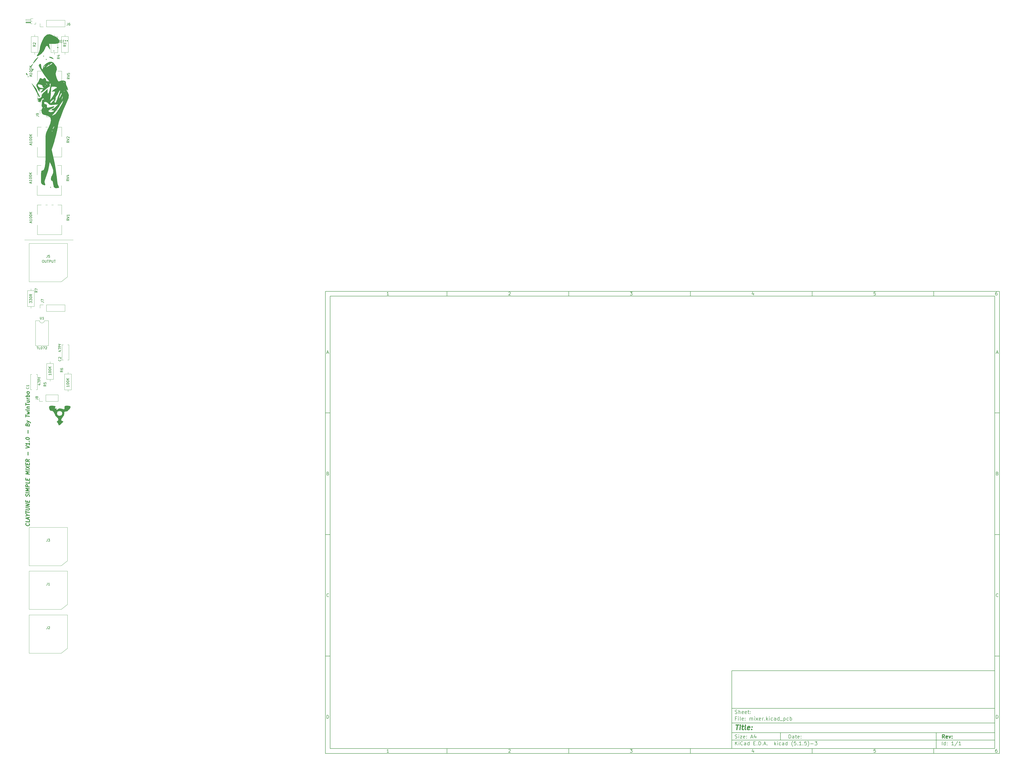
<source format=gbr>
G04 #@! TF.GenerationSoftware,KiCad,Pcbnew,(5.1.5)-3*
G04 #@! TF.CreationDate,2020-05-25T14:27:01+01:00*
G04 #@! TF.ProjectId,mixer,6d697865-722e-46b6-9963-61645f706362,rev?*
G04 #@! TF.SameCoordinates,Original*
G04 #@! TF.FileFunction,Legend,Top*
G04 #@! TF.FilePolarity,Positive*
%FSLAX46Y46*%
G04 Gerber Fmt 4.6, Leading zero omitted, Abs format (unit mm)*
G04 Created by KiCad (PCBNEW (5.1.5)-3) date 2020-05-25 14:27:01*
%MOMM*%
%LPD*%
G04 APERTURE LIST*
%ADD10C,0.100000*%
%ADD11C,0.150000*%
%ADD12C,0.300000*%
%ADD13C,0.400000*%
%ADD14C,0.050000*%
%ADD15C,0.120000*%
%ADD16C,0.010000*%
G04 APERTURE END LIST*
D10*
D11*
X177002200Y-166007200D02*
X177002200Y-198007200D01*
X285002200Y-198007200D01*
X285002200Y-166007200D01*
X177002200Y-166007200D01*
D10*
D11*
X10000000Y-10000000D02*
X10000000Y-200007200D01*
X287002200Y-200007200D01*
X287002200Y-10000000D01*
X10000000Y-10000000D01*
D10*
D11*
X12000000Y-12000000D02*
X12000000Y-198007200D01*
X285002200Y-198007200D01*
X285002200Y-12000000D01*
X12000000Y-12000000D01*
D10*
D11*
X60000000Y-12000000D02*
X60000000Y-10000000D01*
D10*
D11*
X110000000Y-12000000D02*
X110000000Y-10000000D01*
D10*
D11*
X160000000Y-12000000D02*
X160000000Y-10000000D01*
D10*
D11*
X210000000Y-12000000D02*
X210000000Y-10000000D01*
D10*
D11*
X260000000Y-12000000D02*
X260000000Y-10000000D01*
D10*
D11*
X36065476Y-11588095D02*
X35322619Y-11588095D01*
X35694047Y-11588095D02*
X35694047Y-10288095D01*
X35570238Y-10473809D01*
X35446428Y-10597619D01*
X35322619Y-10659523D01*
D10*
D11*
X85322619Y-10411904D02*
X85384523Y-10350000D01*
X85508333Y-10288095D01*
X85817857Y-10288095D01*
X85941666Y-10350000D01*
X86003571Y-10411904D01*
X86065476Y-10535714D01*
X86065476Y-10659523D01*
X86003571Y-10845238D01*
X85260714Y-11588095D01*
X86065476Y-11588095D01*
D10*
D11*
X135260714Y-10288095D02*
X136065476Y-10288095D01*
X135632142Y-10783333D01*
X135817857Y-10783333D01*
X135941666Y-10845238D01*
X136003571Y-10907142D01*
X136065476Y-11030952D01*
X136065476Y-11340476D01*
X136003571Y-11464285D01*
X135941666Y-11526190D01*
X135817857Y-11588095D01*
X135446428Y-11588095D01*
X135322619Y-11526190D01*
X135260714Y-11464285D01*
D10*
D11*
X185941666Y-10721428D02*
X185941666Y-11588095D01*
X185632142Y-10226190D02*
X185322619Y-11154761D01*
X186127380Y-11154761D01*
D10*
D11*
X236003571Y-10288095D02*
X235384523Y-10288095D01*
X235322619Y-10907142D01*
X235384523Y-10845238D01*
X235508333Y-10783333D01*
X235817857Y-10783333D01*
X235941666Y-10845238D01*
X236003571Y-10907142D01*
X236065476Y-11030952D01*
X236065476Y-11340476D01*
X236003571Y-11464285D01*
X235941666Y-11526190D01*
X235817857Y-11588095D01*
X235508333Y-11588095D01*
X235384523Y-11526190D01*
X235322619Y-11464285D01*
D10*
D11*
X285941666Y-10288095D02*
X285694047Y-10288095D01*
X285570238Y-10350000D01*
X285508333Y-10411904D01*
X285384523Y-10597619D01*
X285322619Y-10845238D01*
X285322619Y-11340476D01*
X285384523Y-11464285D01*
X285446428Y-11526190D01*
X285570238Y-11588095D01*
X285817857Y-11588095D01*
X285941666Y-11526190D01*
X286003571Y-11464285D01*
X286065476Y-11340476D01*
X286065476Y-11030952D01*
X286003571Y-10907142D01*
X285941666Y-10845238D01*
X285817857Y-10783333D01*
X285570238Y-10783333D01*
X285446428Y-10845238D01*
X285384523Y-10907142D01*
X285322619Y-11030952D01*
D10*
D11*
X60000000Y-198007200D02*
X60000000Y-200007200D01*
D10*
D11*
X110000000Y-198007200D02*
X110000000Y-200007200D01*
D10*
D11*
X160000000Y-198007200D02*
X160000000Y-200007200D01*
D10*
D11*
X210000000Y-198007200D02*
X210000000Y-200007200D01*
D10*
D11*
X260000000Y-198007200D02*
X260000000Y-200007200D01*
D10*
D11*
X36065476Y-199595295D02*
X35322619Y-199595295D01*
X35694047Y-199595295D02*
X35694047Y-198295295D01*
X35570238Y-198481009D01*
X35446428Y-198604819D01*
X35322619Y-198666723D01*
D10*
D11*
X85322619Y-198419104D02*
X85384523Y-198357200D01*
X85508333Y-198295295D01*
X85817857Y-198295295D01*
X85941666Y-198357200D01*
X86003571Y-198419104D01*
X86065476Y-198542914D01*
X86065476Y-198666723D01*
X86003571Y-198852438D01*
X85260714Y-199595295D01*
X86065476Y-199595295D01*
D10*
D11*
X135260714Y-198295295D02*
X136065476Y-198295295D01*
X135632142Y-198790533D01*
X135817857Y-198790533D01*
X135941666Y-198852438D01*
X136003571Y-198914342D01*
X136065476Y-199038152D01*
X136065476Y-199347676D01*
X136003571Y-199471485D01*
X135941666Y-199533390D01*
X135817857Y-199595295D01*
X135446428Y-199595295D01*
X135322619Y-199533390D01*
X135260714Y-199471485D01*
D10*
D11*
X185941666Y-198728628D02*
X185941666Y-199595295D01*
X185632142Y-198233390D02*
X185322619Y-199161961D01*
X186127380Y-199161961D01*
D10*
D11*
X236003571Y-198295295D02*
X235384523Y-198295295D01*
X235322619Y-198914342D01*
X235384523Y-198852438D01*
X235508333Y-198790533D01*
X235817857Y-198790533D01*
X235941666Y-198852438D01*
X236003571Y-198914342D01*
X236065476Y-199038152D01*
X236065476Y-199347676D01*
X236003571Y-199471485D01*
X235941666Y-199533390D01*
X235817857Y-199595295D01*
X235508333Y-199595295D01*
X235384523Y-199533390D01*
X235322619Y-199471485D01*
D10*
D11*
X285941666Y-198295295D02*
X285694047Y-198295295D01*
X285570238Y-198357200D01*
X285508333Y-198419104D01*
X285384523Y-198604819D01*
X285322619Y-198852438D01*
X285322619Y-199347676D01*
X285384523Y-199471485D01*
X285446428Y-199533390D01*
X285570238Y-199595295D01*
X285817857Y-199595295D01*
X285941666Y-199533390D01*
X286003571Y-199471485D01*
X286065476Y-199347676D01*
X286065476Y-199038152D01*
X286003571Y-198914342D01*
X285941666Y-198852438D01*
X285817857Y-198790533D01*
X285570238Y-198790533D01*
X285446428Y-198852438D01*
X285384523Y-198914342D01*
X285322619Y-199038152D01*
D10*
D11*
X10000000Y-60000000D02*
X12000000Y-60000000D01*
D10*
D11*
X10000000Y-110000000D02*
X12000000Y-110000000D01*
D10*
D11*
X10000000Y-160000000D02*
X12000000Y-160000000D01*
D10*
D11*
X10690476Y-35216666D02*
X11309523Y-35216666D01*
X10566666Y-35588095D02*
X11000000Y-34288095D01*
X11433333Y-35588095D01*
D10*
D11*
X11092857Y-84907142D02*
X11278571Y-84969047D01*
X11340476Y-85030952D01*
X11402380Y-85154761D01*
X11402380Y-85340476D01*
X11340476Y-85464285D01*
X11278571Y-85526190D01*
X11154761Y-85588095D01*
X10659523Y-85588095D01*
X10659523Y-84288095D01*
X11092857Y-84288095D01*
X11216666Y-84350000D01*
X11278571Y-84411904D01*
X11340476Y-84535714D01*
X11340476Y-84659523D01*
X11278571Y-84783333D01*
X11216666Y-84845238D01*
X11092857Y-84907142D01*
X10659523Y-84907142D01*
D10*
D11*
X11402380Y-135464285D02*
X11340476Y-135526190D01*
X11154761Y-135588095D01*
X11030952Y-135588095D01*
X10845238Y-135526190D01*
X10721428Y-135402380D01*
X10659523Y-135278571D01*
X10597619Y-135030952D01*
X10597619Y-134845238D01*
X10659523Y-134597619D01*
X10721428Y-134473809D01*
X10845238Y-134350000D01*
X11030952Y-134288095D01*
X11154761Y-134288095D01*
X11340476Y-134350000D01*
X11402380Y-134411904D01*
D10*
D11*
X10659523Y-185588095D02*
X10659523Y-184288095D01*
X10969047Y-184288095D01*
X11154761Y-184350000D01*
X11278571Y-184473809D01*
X11340476Y-184597619D01*
X11402380Y-184845238D01*
X11402380Y-185030952D01*
X11340476Y-185278571D01*
X11278571Y-185402380D01*
X11154761Y-185526190D01*
X10969047Y-185588095D01*
X10659523Y-185588095D01*
D10*
D11*
X287002200Y-60000000D02*
X285002200Y-60000000D01*
D10*
D11*
X287002200Y-110000000D02*
X285002200Y-110000000D01*
D10*
D11*
X287002200Y-160000000D02*
X285002200Y-160000000D01*
D10*
D11*
X285692676Y-35216666D02*
X286311723Y-35216666D01*
X285568866Y-35588095D02*
X286002200Y-34288095D01*
X286435533Y-35588095D01*
D10*
D11*
X286095057Y-84907142D02*
X286280771Y-84969047D01*
X286342676Y-85030952D01*
X286404580Y-85154761D01*
X286404580Y-85340476D01*
X286342676Y-85464285D01*
X286280771Y-85526190D01*
X286156961Y-85588095D01*
X285661723Y-85588095D01*
X285661723Y-84288095D01*
X286095057Y-84288095D01*
X286218866Y-84350000D01*
X286280771Y-84411904D01*
X286342676Y-84535714D01*
X286342676Y-84659523D01*
X286280771Y-84783333D01*
X286218866Y-84845238D01*
X286095057Y-84907142D01*
X285661723Y-84907142D01*
D10*
D11*
X286404580Y-135464285D02*
X286342676Y-135526190D01*
X286156961Y-135588095D01*
X286033152Y-135588095D01*
X285847438Y-135526190D01*
X285723628Y-135402380D01*
X285661723Y-135278571D01*
X285599819Y-135030952D01*
X285599819Y-134845238D01*
X285661723Y-134597619D01*
X285723628Y-134473809D01*
X285847438Y-134350000D01*
X286033152Y-134288095D01*
X286156961Y-134288095D01*
X286342676Y-134350000D01*
X286404580Y-134411904D01*
D10*
D11*
X285661723Y-185588095D02*
X285661723Y-184288095D01*
X285971247Y-184288095D01*
X286156961Y-184350000D01*
X286280771Y-184473809D01*
X286342676Y-184597619D01*
X286404580Y-184845238D01*
X286404580Y-185030952D01*
X286342676Y-185278571D01*
X286280771Y-185402380D01*
X286156961Y-185526190D01*
X285971247Y-185588095D01*
X285661723Y-185588095D01*
D10*
D11*
X200434342Y-193785771D02*
X200434342Y-192285771D01*
X200791485Y-192285771D01*
X201005771Y-192357200D01*
X201148628Y-192500057D01*
X201220057Y-192642914D01*
X201291485Y-192928628D01*
X201291485Y-193142914D01*
X201220057Y-193428628D01*
X201148628Y-193571485D01*
X201005771Y-193714342D01*
X200791485Y-193785771D01*
X200434342Y-193785771D01*
X202577200Y-193785771D02*
X202577200Y-193000057D01*
X202505771Y-192857200D01*
X202362914Y-192785771D01*
X202077200Y-192785771D01*
X201934342Y-192857200D01*
X202577200Y-193714342D02*
X202434342Y-193785771D01*
X202077200Y-193785771D01*
X201934342Y-193714342D01*
X201862914Y-193571485D01*
X201862914Y-193428628D01*
X201934342Y-193285771D01*
X202077200Y-193214342D01*
X202434342Y-193214342D01*
X202577200Y-193142914D01*
X203077200Y-192785771D02*
X203648628Y-192785771D01*
X203291485Y-192285771D02*
X203291485Y-193571485D01*
X203362914Y-193714342D01*
X203505771Y-193785771D01*
X203648628Y-193785771D01*
X204720057Y-193714342D02*
X204577200Y-193785771D01*
X204291485Y-193785771D01*
X204148628Y-193714342D01*
X204077200Y-193571485D01*
X204077200Y-193000057D01*
X204148628Y-192857200D01*
X204291485Y-192785771D01*
X204577200Y-192785771D01*
X204720057Y-192857200D01*
X204791485Y-193000057D01*
X204791485Y-193142914D01*
X204077200Y-193285771D01*
X205434342Y-193642914D02*
X205505771Y-193714342D01*
X205434342Y-193785771D01*
X205362914Y-193714342D01*
X205434342Y-193642914D01*
X205434342Y-193785771D01*
X205434342Y-192857200D02*
X205505771Y-192928628D01*
X205434342Y-193000057D01*
X205362914Y-192928628D01*
X205434342Y-192857200D01*
X205434342Y-193000057D01*
D10*
D11*
X177002200Y-194507200D02*
X285002200Y-194507200D01*
D10*
D11*
X178434342Y-196585771D02*
X178434342Y-195085771D01*
X179291485Y-196585771D02*
X178648628Y-195728628D01*
X179291485Y-195085771D02*
X178434342Y-195942914D01*
X179934342Y-196585771D02*
X179934342Y-195585771D01*
X179934342Y-195085771D02*
X179862914Y-195157200D01*
X179934342Y-195228628D01*
X180005771Y-195157200D01*
X179934342Y-195085771D01*
X179934342Y-195228628D01*
X181505771Y-196442914D02*
X181434342Y-196514342D01*
X181220057Y-196585771D01*
X181077200Y-196585771D01*
X180862914Y-196514342D01*
X180720057Y-196371485D01*
X180648628Y-196228628D01*
X180577200Y-195942914D01*
X180577200Y-195728628D01*
X180648628Y-195442914D01*
X180720057Y-195300057D01*
X180862914Y-195157200D01*
X181077200Y-195085771D01*
X181220057Y-195085771D01*
X181434342Y-195157200D01*
X181505771Y-195228628D01*
X182791485Y-196585771D02*
X182791485Y-195800057D01*
X182720057Y-195657200D01*
X182577200Y-195585771D01*
X182291485Y-195585771D01*
X182148628Y-195657200D01*
X182791485Y-196514342D02*
X182648628Y-196585771D01*
X182291485Y-196585771D01*
X182148628Y-196514342D01*
X182077200Y-196371485D01*
X182077200Y-196228628D01*
X182148628Y-196085771D01*
X182291485Y-196014342D01*
X182648628Y-196014342D01*
X182791485Y-195942914D01*
X184148628Y-196585771D02*
X184148628Y-195085771D01*
X184148628Y-196514342D02*
X184005771Y-196585771D01*
X183720057Y-196585771D01*
X183577200Y-196514342D01*
X183505771Y-196442914D01*
X183434342Y-196300057D01*
X183434342Y-195871485D01*
X183505771Y-195728628D01*
X183577200Y-195657200D01*
X183720057Y-195585771D01*
X184005771Y-195585771D01*
X184148628Y-195657200D01*
X186005771Y-195800057D02*
X186505771Y-195800057D01*
X186720057Y-196585771D02*
X186005771Y-196585771D01*
X186005771Y-195085771D01*
X186720057Y-195085771D01*
X187362914Y-196442914D02*
X187434342Y-196514342D01*
X187362914Y-196585771D01*
X187291485Y-196514342D01*
X187362914Y-196442914D01*
X187362914Y-196585771D01*
X188077200Y-196585771D02*
X188077200Y-195085771D01*
X188434342Y-195085771D01*
X188648628Y-195157200D01*
X188791485Y-195300057D01*
X188862914Y-195442914D01*
X188934342Y-195728628D01*
X188934342Y-195942914D01*
X188862914Y-196228628D01*
X188791485Y-196371485D01*
X188648628Y-196514342D01*
X188434342Y-196585771D01*
X188077200Y-196585771D01*
X189577200Y-196442914D02*
X189648628Y-196514342D01*
X189577200Y-196585771D01*
X189505771Y-196514342D01*
X189577200Y-196442914D01*
X189577200Y-196585771D01*
X190220057Y-196157200D02*
X190934342Y-196157200D01*
X190077200Y-196585771D02*
X190577200Y-195085771D01*
X191077200Y-196585771D01*
X191577200Y-196442914D02*
X191648628Y-196514342D01*
X191577200Y-196585771D01*
X191505771Y-196514342D01*
X191577200Y-196442914D01*
X191577200Y-196585771D01*
X194577200Y-196585771D02*
X194577200Y-195085771D01*
X194720057Y-196014342D02*
X195148628Y-196585771D01*
X195148628Y-195585771D02*
X194577200Y-196157200D01*
X195791485Y-196585771D02*
X195791485Y-195585771D01*
X195791485Y-195085771D02*
X195720057Y-195157200D01*
X195791485Y-195228628D01*
X195862914Y-195157200D01*
X195791485Y-195085771D01*
X195791485Y-195228628D01*
X197148628Y-196514342D02*
X197005771Y-196585771D01*
X196720057Y-196585771D01*
X196577200Y-196514342D01*
X196505771Y-196442914D01*
X196434342Y-196300057D01*
X196434342Y-195871485D01*
X196505771Y-195728628D01*
X196577200Y-195657200D01*
X196720057Y-195585771D01*
X197005771Y-195585771D01*
X197148628Y-195657200D01*
X198434342Y-196585771D02*
X198434342Y-195800057D01*
X198362914Y-195657200D01*
X198220057Y-195585771D01*
X197934342Y-195585771D01*
X197791485Y-195657200D01*
X198434342Y-196514342D02*
X198291485Y-196585771D01*
X197934342Y-196585771D01*
X197791485Y-196514342D01*
X197720057Y-196371485D01*
X197720057Y-196228628D01*
X197791485Y-196085771D01*
X197934342Y-196014342D01*
X198291485Y-196014342D01*
X198434342Y-195942914D01*
X199791485Y-196585771D02*
X199791485Y-195085771D01*
X199791485Y-196514342D02*
X199648628Y-196585771D01*
X199362914Y-196585771D01*
X199220057Y-196514342D01*
X199148628Y-196442914D01*
X199077200Y-196300057D01*
X199077200Y-195871485D01*
X199148628Y-195728628D01*
X199220057Y-195657200D01*
X199362914Y-195585771D01*
X199648628Y-195585771D01*
X199791485Y-195657200D01*
X202077200Y-197157200D02*
X202005771Y-197085771D01*
X201862914Y-196871485D01*
X201791485Y-196728628D01*
X201720057Y-196514342D01*
X201648628Y-196157200D01*
X201648628Y-195871485D01*
X201720057Y-195514342D01*
X201791485Y-195300057D01*
X201862914Y-195157200D01*
X202005771Y-194942914D01*
X202077200Y-194871485D01*
X203362914Y-195085771D02*
X202648628Y-195085771D01*
X202577200Y-195800057D01*
X202648628Y-195728628D01*
X202791485Y-195657200D01*
X203148628Y-195657200D01*
X203291485Y-195728628D01*
X203362914Y-195800057D01*
X203434342Y-195942914D01*
X203434342Y-196300057D01*
X203362914Y-196442914D01*
X203291485Y-196514342D01*
X203148628Y-196585771D01*
X202791485Y-196585771D01*
X202648628Y-196514342D01*
X202577200Y-196442914D01*
X204077200Y-196442914D02*
X204148628Y-196514342D01*
X204077200Y-196585771D01*
X204005771Y-196514342D01*
X204077200Y-196442914D01*
X204077200Y-196585771D01*
X205577200Y-196585771D02*
X204720057Y-196585771D01*
X205148628Y-196585771D02*
X205148628Y-195085771D01*
X205005771Y-195300057D01*
X204862914Y-195442914D01*
X204720057Y-195514342D01*
X206220057Y-196442914D02*
X206291485Y-196514342D01*
X206220057Y-196585771D01*
X206148628Y-196514342D01*
X206220057Y-196442914D01*
X206220057Y-196585771D01*
X207648628Y-195085771D02*
X206934342Y-195085771D01*
X206862914Y-195800057D01*
X206934342Y-195728628D01*
X207077200Y-195657200D01*
X207434342Y-195657200D01*
X207577200Y-195728628D01*
X207648628Y-195800057D01*
X207720057Y-195942914D01*
X207720057Y-196300057D01*
X207648628Y-196442914D01*
X207577200Y-196514342D01*
X207434342Y-196585771D01*
X207077200Y-196585771D01*
X206934342Y-196514342D01*
X206862914Y-196442914D01*
X208220057Y-197157200D02*
X208291485Y-197085771D01*
X208434342Y-196871485D01*
X208505771Y-196728628D01*
X208577200Y-196514342D01*
X208648628Y-196157200D01*
X208648628Y-195871485D01*
X208577200Y-195514342D01*
X208505771Y-195300057D01*
X208434342Y-195157200D01*
X208291485Y-194942914D01*
X208220057Y-194871485D01*
X209362914Y-196014342D02*
X210505771Y-196014342D01*
X211077200Y-195085771D02*
X212005771Y-195085771D01*
X211505771Y-195657200D01*
X211720057Y-195657200D01*
X211862914Y-195728628D01*
X211934342Y-195800057D01*
X212005771Y-195942914D01*
X212005771Y-196300057D01*
X211934342Y-196442914D01*
X211862914Y-196514342D01*
X211720057Y-196585771D01*
X211291485Y-196585771D01*
X211148628Y-196514342D01*
X211077200Y-196442914D01*
D10*
D11*
X177002200Y-191507200D02*
X285002200Y-191507200D01*
D10*
D12*
X264411485Y-193785771D02*
X263911485Y-193071485D01*
X263554342Y-193785771D02*
X263554342Y-192285771D01*
X264125771Y-192285771D01*
X264268628Y-192357200D01*
X264340057Y-192428628D01*
X264411485Y-192571485D01*
X264411485Y-192785771D01*
X264340057Y-192928628D01*
X264268628Y-193000057D01*
X264125771Y-193071485D01*
X263554342Y-193071485D01*
X265625771Y-193714342D02*
X265482914Y-193785771D01*
X265197200Y-193785771D01*
X265054342Y-193714342D01*
X264982914Y-193571485D01*
X264982914Y-193000057D01*
X265054342Y-192857200D01*
X265197200Y-192785771D01*
X265482914Y-192785771D01*
X265625771Y-192857200D01*
X265697200Y-193000057D01*
X265697200Y-193142914D01*
X264982914Y-193285771D01*
X266197200Y-192785771D02*
X266554342Y-193785771D01*
X266911485Y-192785771D01*
X267482914Y-193642914D02*
X267554342Y-193714342D01*
X267482914Y-193785771D01*
X267411485Y-193714342D01*
X267482914Y-193642914D01*
X267482914Y-193785771D01*
X267482914Y-192857200D02*
X267554342Y-192928628D01*
X267482914Y-193000057D01*
X267411485Y-192928628D01*
X267482914Y-192857200D01*
X267482914Y-193000057D01*
D10*
D11*
X178362914Y-193714342D02*
X178577200Y-193785771D01*
X178934342Y-193785771D01*
X179077200Y-193714342D01*
X179148628Y-193642914D01*
X179220057Y-193500057D01*
X179220057Y-193357200D01*
X179148628Y-193214342D01*
X179077200Y-193142914D01*
X178934342Y-193071485D01*
X178648628Y-193000057D01*
X178505771Y-192928628D01*
X178434342Y-192857200D01*
X178362914Y-192714342D01*
X178362914Y-192571485D01*
X178434342Y-192428628D01*
X178505771Y-192357200D01*
X178648628Y-192285771D01*
X179005771Y-192285771D01*
X179220057Y-192357200D01*
X179862914Y-193785771D02*
X179862914Y-192785771D01*
X179862914Y-192285771D02*
X179791485Y-192357200D01*
X179862914Y-192428628D01*
X179934342Y-192357200D01*
X179862914Y-192285771D01*
X179862914Y-192428628D01*
X180434342Y-192785771D02*
X181220057Y-192785771D01*
X180434342Y-193785771D01*
X181220057Y-193785771D01*
X182362914Y-193714342D02*
X182220057Y-193785771D01*
X181934342Y-193785771D01*
X181791485Y-193714342D01*
X181720057Y-193571485D01*
X181720057Y-193000057D01*
X181791485Y-192857200D01*
X181934342Y-192785771D01*
X182220057Y-192785771D01*
X182362914Y-192857200D01*
X182434342Y-193000057D01*
X182434342Y-193142914D01*
X181720057Y-193285771D01*
X183077200Y-193642914D02*
X183148628Y-193714342D01*
X183077200Y-193785771D01*
X183005771Y-193714342D01*
X183077200Y-193642914D01*
X183077200Y-193785771D01*
X183077200Y-192857200D02*
X183148628Y-192928628D01*
X183077200Y-193000057D01*
X183005771Y-192928628D01*
X183077200Y-192857200D01*
X183077200Y-193000057D01*
X184862914Y-193357200D02*
X185577200Y-193357200D01*
X184720057Y-193785771D02*
X185220057Y-192285771D01*
X185720057Y-193785771D01*
X186862914Y-192785771D02*
X186862914Y-193785771D01*
X186505771Y-192214342D02*
X186148628Y-193285771D01*
X187077200Y-193285771D01*
D10*
D11*
X263434342Y-196585771D02*
X263434342Y-195085771D01*
X264791485Y-196585771D02*
X264791485Y-195085771D01*
X264791485Y-196514342D02*
X264648628Y-196585771D01*
X264362914Y-196585771D01*
X264220057Y-196514342D01*
X264148628Y-196442914D01*
X264077200Y-196300057D01*
X264077200Y-195871485D01*
X264148628Y-195728628D01*
X264220057Y-195657200D01*
X264362914Y-195585771D01*
X264648628Y-195585771D01*
X264791485Y-195657200D01*
X265505771Y-196442914D02*
X265577200Y-196514342D01*
X265505771Y-196585771D01*
X265434342Y-196514342D01*
X265505771Y-196442914D01*
X265505771Y-196585771D01*
X265505771Y-195657200D02*
X265577200Y-195728628D01*
X265505771Y-195800057D01*
X265434342Y-195728628D01*
X265505771Y-195657200D01*
X265505771Y-195800057D01*
X268148628Y-196585771D02*
X267291485Y-196585771D01*
X267720057Y-196585771D02*
X267720057Y-195085771D01*
X267577200Y-195300057D01*
X267434342Y-195442914D01*
X267291485Y-195514342D01*
X269862914Y-195014342D02*
X268577200Y-196942914D01*
X271148628Y-196585771D02*
X270291485Y-196585771D01*
X270720057Y-196585771D02*
X270720057Y-195085771D01*
X270577200Y-195300057D01*
X270434342Y-195442914D01*
X270291485Y-195514342D01*
D10*
D11*
X177002200Y-187507200D02*
X285002200Y-187507200D01*
D10*
D13*
X178714580Y-188211961D02*
X179857438Y-188211961D01*
X179036009Y-190211961D02*
X179286009Y-188211961D01*
X180274104Y-190211961D02*
X180440771Y-188878628D01*
X180524104Y-188211961D02*
X180416961Y-188307200D01*
X180500295Y-188402438D01*
X180607438Y-188307200D01*
X180524104Y-188211961D01*
X180500295Y-188402438D01*
X181107438Y-188878628D02*
X181869342Y-188878628D01*
X181476485Y-188211961D02*
X181262200Y-189926247D01*
X181333628Y-190116723D01*
X181512200Y-190211961D01*
X181702676Y-190211961D01*
X182655057Y-190211961D02*
X182476485Y-190116723D01*
X182405057Y-189926247D01*
X182619342Y-188211961D01*
X184190771Y-190116723D02*
X183988390Y-190211961D01*
X183607438Y-190211961D01*
X183428866Y-190116723D01*
X183357438Y-189926247D01*
X183452676Y-189164342D01*
X183571723Y-188973866D01*
X183774104Y-188878628D01*
X184155057Y-188878628D01*
X184333628Y-188973866D01*
X184405057Y-189164342D01*
X184381247Y-189354819D01*
X183405057Y-189545295D01*
X185155057Y-190021485D02*
X185238390Y-190116723D01*
X185131247Y-190211961D01*
X185047914Y-190116723D01*
X185155057Y-190021485D01*
X185131247Y-190211961D01*
X185286009Y-188973866D02*
X185369342Y-189069104D01*
X185262200Y-189164342D01*
X185178866Y-189069104D01*
X185286009Y-188973866D01*
X185262200Y-189164342D01*
D10*
D11*
X178934342Y-185600057D02*
X178434342Y-185600057D01*
X178434342Y-186385771D02*
X178434342Y-184885771D01*
X179148628Y-184885771D01*
X179720057Y-186385771D02*
X179720057Y-185385771D01*
X179720057Y-184885771D02*
X179648628Y-184957200D01*
X179720057Y-185028628D01*
X179791485Y-184957200D01*
X179720057Y-184885771D01*
X179720057Y-185028628D01*
X180648628Y-186385771D02*
X180505771Y-186314342D01*
X180434342Y-186171485D01*
X180434342Y-184885771D01*
X181791485Y-186314342D02*
X181648628Y-186385771D01*
X181362914Y-186385771D01*
X181220057Y-186314342D01*
X181148628Y-186171485D01*
X181148628Y-185600057D01*
X181220057Y-185457200D01*
X181362914Y-185385771D01*
X181648628Y-185385771D01*
X181791485Y-185457200D01*
X181862914Y-185600057D01*
X181862914Y-185742914D01*
X181148628Y-185885771D01*
X182505771Y-186242914D02*
X182577200Y-186314342D01*
X182505771Y-186385771D01*
X182434342Y-186314342D01*
X182505771Y-186242914D01*
X182505771Y-186385771D01*
X182505771Y-185457200D02*
X182577200Y-185528628D01*
X182505771Y-185600057D01*
X182434342Y-185528628D01*
X182505771Y-185457200D01*
X182505771Y-185600057D01*
X184362914Y-186385771D02*
X184362914Y-185385771D01*
X184362914Y-185528628D02*
X184434342Y-185457200D01*
X184577200Y-185385771D01*
X184791485Y-185385771D01*
X184934342Y-185457200D01*
X185005771Y-185600057D01*
X185005771Y-186385771D01*
X185005771Y-185600057D02*
X185077200Y-185457200D01*
X185220057Y-185385771D01*
X185434342Y-185385771D01*
X185577200Y-185457200D01*
X185648628Y-185600057D01*
X185648628Y-186385771D01*
X186362914Y-186385771D02*
X186362914Y-185385771D01*
X186362914Y-184885771D02*
X186291485Y-184957200D01*
X186362914Y-185028628D01*
X186434342Y-184957200D01*
X186362914Y-184885771D01*
X186362914Y-185028628D01*
X186934342Y-186385771D02*
X187720057Y-185385771D01*
X186934342Y-185385771D02*
X187720057Y-186385771D01*
X188862914Y-186314342D02*
X188720057Y-186385771D01*
X188434342Y-186385771D01*
X188291485Y-186314342D01*
X188220057Y-186171485D01*
X188220057Y-185600057D01*
X188291485Y-185457200D01*
X188434342Y-185385771D01*
X188720057Y-185385771D01*
X188862914Y-185457200D01*
X188934342Y-185600057D01*
X188934342Y-185742914D01*
X188220057Y-185885771D01*
X189577200Y-186385771D02*
X189577200Y-185385771D01*
X189577200Y-185671485D02*
X189648628Y-185528628D01*
X189720057Y-185457200D01*
X189862914Y-185385771D01*
X190005771Y-185385771D01*
X190505771Y-186242914D02*
X190577200Y-186314342D01*
X190505771Y-186385771D01*
X190434342Y-186314342D01*
X190505771Y-186242914D01*
X190505771Y-186385771D01*
X191220057Y-186385771D02*
X191220057Y-184885771D01*
X191362914Y-185814342D02*
X191791485Y-186385771D01*
X191791485Y-185385771D02*
X191220057Y-185957200D01*
X192434342Y-186385771D02*
X192434342Y-185385771D01*
X192434342Y-184885771D02*
X192362914Y-184957200D01*
X192434342Y-185028628D01*
X192505771Y-184957200D01*
X192434342Y-184885771D01*
X192434342Y-185028628D01*
X193791485Y-186314342D02*
X193648628Y-186385771D01*
X193362914Y-186385771D01*
X193220057Y-186314342D01*
X193148628Y-186242914D01*
X193077200Y-186100057D01*
X193077200Y-185671485D01*
X193148628Y-185528628D01*
X193220057Y-185457200D01*
X193362914Y-185385771D01*
X193648628Y-185385771D01*
X193791485Y-185457200D01*
X195077200Y-186385771D02*
X195077200Y-185600057D01*
X195005771Y-185457200D01*
X194862914Y-185385771D01*
X194577200Y-185385771D01*
X194434342Y-185457200D01*
X195077200Y-186314342D02*
X194934342Y-186385771D01*
X194577200Y-186385771D01*
X194434342Y-186314342D01*
X194362914Y-186171485D01*
X194362914Y-186028628D01*
X194434342Y-185885771D01*
X194577200Y-185814342D01*
X194934342Y-185814342D01*
X195077200Y-185742914D01*
X196434342Y-186385771D02*
X196434342Y-184885771D01*
X196434342Y-186314342D02*
X196291485Y-186385771D01*
X196005771Y-186385771D01*
X195862914Y-186314342D01*
X195791485Y-186242914D01*
X195720057Y-186100057D01*
X195720057Y-185671485D01*
X195791485Y-185528628D01*
X195862914Y-185457200D01*
X196005771Y-185385771D01*
X196291485Y-185385771D01*
X196434342Y-185457200D01*
X196791485Y-186528628D02*
X197934342Y-186528628D01*
X198291485Y-185385771D02*
X198291485Y-186885771D01*
X198291485Y-185457200D02*
X198434342Y-185385771D01*
X198720057Y-185385771D01*
X198862914Y-185457200D01*
X198934342Y-185528628D01*
X199005771Y-185671485D01*
X199005771Y-186100057D01*
X198934342Y-186242914D01*
X198862914Y-186314342D01*
X198720057Y-186385771D01*
X198434342Y-186385771D01*
X198291485Y-186314342D01*
X200291485Y-186314342D02*
X200148628Y-186385771D01*
X199862914Y-186385771D01*
X199720057Y-186314342D01*
X199648628Y-186242914D01*
X199577200Y-186100057D01*
X199577200Y-185671485D01*
X199648628Y-185528628D01*
X199720057Y-185457200D01*
X199862914Y-185385771D01*
X200148628Y-185385771D01*
X200291485Y-185457200D01*
X200934342Y-186385771D02*
X200934342Y-184885771D01*
X200934342Y-185457200D02*
X201077200Y-185385771D01*
X201362914Y-185385771D01*
X201505771Y-185457200D01*
X201577200Y-185528628D01*
X201648628Y-185671485D01*
X201648628Y-186100057D01*
X201577200Y-186242914D01*
X201505771Y-186314342D01*
X201362914Y-186385771D01*
X201077200Y-186385771D01*
X200934342Y-186314342D01*
D10*
D11*
X177002200Y-181507200D02*
X285002200Y-181507200D01*
D10*
D11*
X178362914Y-183614342D02*
X178577200Y-183685771D01*
X178934342Y-183685771D01*
X179077200Y-183614342D01*
X179148628Y-183542914D01*
X179220057Y-183400057D01*
X179220057Y-183257200D01*
X179148628Y-183114342D01*
X179077200Y-183042914D01*
X178934342Y-182971485D01*
X178648628Y-182900057D01*
X178505771Y-182828628D01*
X178434342Y-182757200D01*
X178362914Y-182614342D01*
X178362914Y-182471485D01*
X178434342Y-182328628D01*
X178505771Y-182257200D01*
X178648628Y-182185771D01*
X179005771Y-182185771D01*
X179220057Y-182257200D01*
X179862914Y-183685771D02*
X179862914Y-182185771D01*
X180505771Y-183685771D02*
X180505771Y-182900057D01*
X180434342Y-182757200D01*
X180291485Y-182685771D01*
X180077200Y-182685771D01*
X179934342Y-182757200D01*
X179862914Y-182828628D01*
X181791485Y-183614342D02*
X181648628Y-183685771D01*
X181362914Y-183685771D01*
X181220057Y-183614342D01*
X181148628Y-183471485D01*
X181148628Y-182900057D01*
X181220057Y-182757200D01*
X181362914Y-182685771D01*
X181648628Y-182685771D01*
X181791485Y-182757200D01*
X181862914Y-182900057D01*
X181862914Y-183042914D01*
X181148628Y-183185771D01*
X183077200Y-183614342D02*
X182934342Y-183685771D01*
X182648628Y-183685771D01*
X182505771Y-183614342D01*
X182434342Y-183471485D01*
X182434342Y-182900057D01*
X182505771Y-182757200D01*
X182648628Y-182685771D01*
X182934342Y-182685771D01*
X183077200Y-182757200D01*
X183148628Y-182900057D01*
X183148628Y-183042914D01*
X182434342Y-183185771D01*
X183577200Y-182685771D02*
X184148628Y-182685771D01*
X183791485Y-182185771D02*
X183791485Y-183471485D01*
X183862914Y-183614342D01*
X184005771Y-183685771D01*
X184148628Y-183685771D01*
X184648628Y-183542914D02*
X184720057Y-183614342D01*
X184648628Y-183685771D01*
X184577200Y-183614342D01*
X184648628Y-183542914D01*
X184648628Y-183685771D01*
X184648628Y-182757200D02*
X184720057Y-182828628D01*
X184648628Y-182900057D01*
X184577200Y-182828628D01*
X184648628Y-182757200D01*
X184648628Y-182900057D01*
D10*
D11*
X197002200Y-191507200D02*
X197002200Y-194507200D01*
D10*
D11*
X261002200Y-191507200D02*
X261002200Y-198007200D01*
D12*
X-111732285Y-105521071D02*
X-111660857Y-105601428D01*
X-111589428Y-105824642D01*
X-111589428Y-105967500D01*
X-111660857Y-106172857D01*
X-111803714Y-106297857D01*
X-111946571Y-106351428D01*
X-112232285Y-106387142D01*
X-112446571Y-106360357D01*
X-112732285Y-106253214D01*
X-112875142Y-106163928D01*
X-113018000Y-106003214D01*
X-113089428Y-105780000D01*
X-113089428Y-105637142D01*
X-113018000Y-105431785D01*
X-112946571Y-105369285D01*
X-111589428Y-104181785D02*
X-111589428Y-104896071D01*
X-113089428Y-104708571D01*
X-112018000Y-103699642D02*
X-112018000Y-102985357D01*
X-111589428Y-103896071D02*
X-113089428Y-103208571D01*
X-111589428Y-102896071D01*
X-112303714Y-102021071D02*
X-111589428Y-102110357D01*
X-113089428Y-102422857D02*
X-112303714Y-102021071D01*
X-113089428Y-101422857D01*
X-113089428Y-101137142D02*
X-113089428Y-100280000D01*
X-111589428Y-100896071D02*
X-113089428Y-100708571D01*
X-113089428Y-99780000D02*
X-111875142Y-99931785D01*
X-111732285Y-99878214D01*
X-111660857Y-99815714D01*
X-111589428Y-99681785D01*
X-111589428Y-99396071D01*
X-111660857Y-99244285D01*
X-111732285Y-99163928D01*
X-111875142Y-99074642D01*
X-113089428Y-98922857D01*
X-111589428Y-98396071D02*
X-113089428Y-98208571D01*
X-111589428Y-97538928D01*
X-113089428Y-97351428D01*
X-112375142Y-96726428D02*
X-112375142Y-96226428D01*
X-111589428Y-96110357D02*
X-111589428Y-96824642D01*
X-113089428Y-96637142D01*
X-113089428Y-95922857D01*
X-111660857Y-94387142D02*
X-111589428Y-94181785D01*
X-111589428Y-93824642D01*
X-111660857Y-93672857D01*
X-111732285Y-93592500D01*
X-111875142Y-93503214D01*
X-112018000Y-93485357D01*
X-112160857Y-93538928D01*
X-112232285Y-93601428D01*
X-112303714Y-93735357D01*
X-112375142Y-94012142D01*
X-112446571Y-94146071D01*
X-112518000Y-94208571D01*
X-112660857Y-94262142D01*
X-112803714Y-94244285D01*
X-112946571Y-94155000D01*
X-113018000Y-94074642D01*
X-113089428Y-93922857D01*
X-113089428Y-93565714D01*
X-113018000Y-93360357D01*
X-111589428Y-92896071D02*
X-113089428Y-92708571D01*
X-111589428Y-92181785D02*
X-113089428Y-91994285D01*
X-112018000Y-91628214D01*
X-113089428Y-90994285D01*
X-111589428Y-91181785D01*
X-111589428Y-90467500D02*
X-113089428Y-90280000D01*
X-113089428Y-89708571D01*
X-113018000Y-89574642D01*
X-112946571Y-89512142D01*
X-112803714Y-89458571D01*
X-112589428Y-89485357D01*
X-112446571Y-89574642D01*
X-112375142Y-89655000D01*
X-112303714Y-89806785D01*
X-112303714Y-90378214D01*
X-111589428Y-88253214D02*
X-111589428Y-88967500D01*
X-113089428Y-88780000D01*
X-112375142Y-87655000D02*
X-112375142Y-87155000D01*
X-111589428Y-87038928D02*
X-111589428Y-87753214D01*
X-113089428Y-87565714D01*
X-113089428Y-86851428D01*
X-111589428Y-85253214D02*
X-113089428Y-85065714D01*
X-112018000Y-84699642D01*
X-113089428Y-84065714D01*
X-111589428Y-84253214D01*
X-111589428Y-83538928D02*
X-113089428Y-83351428D01*
X-113089428Y-82780000D02*
X-111589428Y-81967500D01*
X-113089428Y-81780000D02*
X-111589428Y-82967500D01*
X-112375142Y-81297857D02*
X-112375142Y-80797857D01*
X-111589428Y-80681785D02*
X-111589428Y-81396071D01*
X-113089428Y-81208571D01*
X-113089428Y-80494285D01*
X-111589428Y-79181785D02*
X-112303714Y-79592500D01*
X-111589428Y-80038928D02*
X-113089428Y-79851428D01*
X-113089428Y-79280000D01*
X-113018000Y-79146071D01*
X-112946571Y-79083571D01*
X-112803714Y-79030000D01*
X-112589428Y-79056785D01*
X-112446571Y-79146071D01*
X-112375142Y-79226428D01*
X-112303714Y-79378214D01*
X-112303714Y-79949642D01*
X-112160857Y-77324642D02*
X-112160857Y-76181785D01*
X-113089428Y-74422857D02*
X-111589428Y-74110357D01*
X-113089428Y-73422857D01*
X-111589428Y-72324642D02*
X-111589428Y-73181785D01*
X-111589428Y-72753214D02*
X-113089428Y-72565714D01*
X-112875142Y-72735357D01*
X-112732285Y-72896071D01*
X-112660857Y-73047857D01*
X-111732285Y-71663928D02*
X-111660857Y-71601428D01*
X-111589428Y-71681785D01*
X-111660857Y-71744285D01*
X-111732285Y-71663928D01*
X-111589428Y-71681785D01*
X-113089428Y-70494285D02*
X-113089428Y-70351428D01*
X-113018000Y-70217500D01*
X-112946571Y-70155000D01*
X-112803714Y-70101428D01*
X-112518000Y-70065714D01*
X-112160857Y-70110357D01*
X-111875142Y-70217500D01*
X-111732285Y-70306785D01*
X-111660857Y-70387142D01*
X-111589428Y-70538928D01*
X-111589428Y-70681785D01*
X-111660857Y-70815714D01*
X-111732285Y-70878214D01*
X-111875142Y-70931785D01*
X-112160857Y-70967500D01*
X-112518000Y-70922857D01*
X-112803714Y-70815714D01*
X-112946571Y-70726428D01*
X-113018000Y-70646071D01*
X-113089428Y-70494285D01*
X-112160857Y-68324642D02*
X-112160857Y-67181785D01*
X-112375142Y-64797857D02*
X-112303714Y-64592500D01*
X-112232285Y-64530000D01*
X-112089428Y-64476428D01*
X-111875142Y-64503214D01*
X-111732285Y-64592500D01*
X-111660857Y-64672857D01*
X-111589428Y-64824642D01*
X-111589428Y-65396071D01*
X-113089428Y-65208571D01*
X-113089428Y-64708571D01*
X-113018000Y-64574642D01*
X-112946571Y-64512142D01*
X-112803714Y-64458571D01*
X-112660857Y-64476428D01*
X-112518000Y-64565714D01*
X-112446571Y-64646071D01*
X-112375142Y-64797857D01*
X-112375142Y-65297857D01*
X-112589428Y-63913928D02*
X-111589428Y-63681785D01*
X-112589428Y-63199642D02*
X-111589428Y-63681785D01*
X-111232285Y-63869285D01*
X-111160857Y-63949642D01*
X-111089428Y-64101428D01*
X-113089428Y-61637142D02*
X-113089428Y-60780000D01*
X-111589428Y-61396071D02*
X-113089428Y-61208571D01*
X-112589428Y-60485357D02*
X-111589428Y-60324642D01*
X-112303714Y-59949642D01*
X-111589428Y-59753214D01*
X-112589428Y-59342500D01*
X-111589428Y-58896071D02*
X-112589428Y-58771071D01*
X-113089428Y-58708571D02*
X-113018000Y-58788928D01*
X-112946571Y-58726428D01*
X-113018000Y-58646071D01*
X-113089428Y-58708571D01*
X-112946571Y-58726428D01*
X-112589428Y-58056785D02*
X-111589428Y-58181785D01*
X-112446571Y-58074642D02*
X-112518000Y-57994285D01*
X-112589428Y-57842500D01*
X-112589428Y-57628214D01*
X-112518000Y-57494285D01*
X-112375142Y-57440714D01*
X-111589428Y-57538928D01*
X-113089428Y-56851428D02*
X-113089428Y-55994285D01*
X-111589428Y-56610357D02*
X-113089428Y-56422857D01*
X-112589428Y-54913928D02*
X-111589428Y-55038928D01*
X-112589428Y-55556785D02*
X-111803714Y-55655000D01*
X-111660857Y-55601428D01*
X-111589428Y-55467500D01*
X-111589428Y-55253214D01*
X-111660857Y-55101428D01*
X-111732285Y-55021071D01*
X-111589428Y-54324642D02*
X-112589428Y-54199642D01*
X-112303714Y-54235357D02*
X-112446571Y-54146071D01*
X-112518000Y-54065714D01*
X-112589428Y-53913928D01*
X-112589428Y-53771071D01*
X-111589428Y-53396071D02*
X-113089428Y-53208571D01*
X-112518000Y-53280000D02*
X-112589428Y-53128214D01*
X-112589428Y-52842500D01*
X-112518000Y-52708571D01*
X-112446571Y-52646071D01*
X-112303714Y-52592500D01*
X-111875142Y-52646071D01*
X-111732285Y-52735357D01*
X-111660857Y-52815714D01*
X-111589428Y-52967500D01*
X-111589428Y-53253214D01*
X-111660857Y-53387142D01*
X-111589428Y-51824642D02*
X-111660857Y-51958571D01*
X-111732285Y-52021071D01*
X-111875142Y-52074642D01*
X-112303714Y-52021071D01*
X-112446571Y-51931785D01*
X-112518000Y-51851428D01*
X-112589428Y-51699642D01*
X-112589428Y-51485357D01*
X-112518000Y-51351428D01*
X-112446571Y-51288928D01*
X-112303714Y-51235357D01*
X-111875142Y-51288928D01*
X-111732285Y-51378214D01*
X-111660857Y-51458571D01*
X-111589428Y-51610357D01*
X-111589428Y-51824642D01*
D14*
X-113614000Y11120000D02*
X-93614000Y11120000D01*
D15*
X-111758000Y-6088000D02*
X-111758000Y9660000D01*
X-98550000Y-6088000D02*
X-111758000Y-6088000D01*
X-96010000Y-4056000D02*
X-98550000Y-6088000D01*
X-96010000Y9660000D02*
X-96004000Y-4050000D01*
X-111758000Y9660000D02*
X-96010000Y9660000D01*
X-111758000Y-122790000D02*
X-111758000Y-107042000D01*
X-98550000Y-122790000D02*
X-111758000Y-122790000D01*
X-96010000Y-120758000D02*
X-98550000Y-122790000D01*
X-96010000Y-107042000D02*
X-96004000Y-120752000D01*
X-111758000Y-107042000D02*
X-96010000Y-107042000D01*
X-111758000Y-140790000D02*
X-111758000Y-125042000D01*
X-98550000Y-140790000D02*
X-111758000Y-140790000D01*
X-96010000Y-138758000D02*
X-98550000Y-140790000D01*
X-96010000Y-125042000D02*
X-96004000Y-138752000D01*
X-111758000Y-125042000D02*
X-96010000Y-125042000D01*
X-111758000Y-158790000D02*
X-111758000Y-143042000D01*
X-98550000Y-158790000D02*
X-111758000Y-158790000D01*
X-96010000Y-156758000D02*
X-98550000Y-158790000D01*
X-96010000Y-155742000D02*
X-96010000Y-156758000D01*
X-96010000Y-143042000D02*
X-96010000Y-155742000D01*
X-111758000Y-143042000D02*
X-96010000Y-143042000D01*
X-109043000Y99899000D02*
X-109728000Y99899000D01*
X-109043000Y100584000D02*
X-109043000Y99899000D01*
X-113038000Y101794000D02*
X-111038000Y101794000D01*
X-113038000Y101374000D02*
X-113038000Y101794000D01*
X-111038000Y101374000D02*
X-113038000Y101374000D01*
X-110413000Y101084000D02*
X-111038000Y101084000D01*
X-111038000Y100674000D02*
X-113038000Y100674000D01*
X-111038000Y100554000D02*
X-113038000Y100554000D01*
X-111038000Y100434000D02*
X-113038000Y100434000D01*
X-113038000Y100794000D02*
X-111038000Y100794000D01*
X-113038000Y100374000D02*
X-113038000Y100794000D01*
X-111038000Y100374000D02*
X-113038000Y100374000D01*
X-111038000Y102144000D02*
X-110122493Y102144000D01*
X-111038000Y100024000D02*
X-111038000Y102144000D01*
X-110413000Y100024000D02*
X-111038000Y100024000D01*
X-95849000Y-31972000D02*
X-95404000Y-31972000D01*
X-98144000Y-31972000D02*
X-97699000Y-31972000D01*
X-95849000Y-38212000D02*
X-95404000Y-38212000D01*
X-98144000Y-38212000D02*
X-97699000Y-38212000D01*
X-95404000Y-38212000D02*
X-95404000Y-31972000D01*
X-98144000Y-38212000D02*
X-98144000Y-31972000D01*
X-108803000Y-44164000D02*
X-108358000Y-44164000D01*
X-111098000Y-44164000D02*
X-110653000Y-44164000D01*
X-108803000Y-50404000D02*
X-108358000Y-50404000D01*
X-111098000Y-50404000D02*
X-110653000Y-50404000D01*
X-108358000Y-50404000D02*
X-108358000Y-44164000D01*
X-111098000Y-50404000D02*
X-111098000Y-44164000D01*
D16*
G36*
X-95084187Y-57093490D02*
G01*
X-94739463Y-57401855D01*
X-94739108Y-57421639D01*
X-94981083Y-58106719D01*
X-95516665Y-58824062D01*
X-96103673Y-59269792D01*
X-96239421Y-59304136D01*
X-97064344Y-59425913D01*
X-97357512Y-59673665D01*
X-97308079Y-60123051D01*
X-97423548Y-60901581D01*
X-97870273Y-61534162D01*
X-98448656Y-62318461D01*
X-98574379Y-62964314D01*
X-98231942Y-63309786D01*
X-98042250Y-63330666D01*
X-97753588Y-63430594D01*
X-97948088Y-63806082D01*
X-98306833Y-64206516D01*
X-99089288Y-64917633D01*
X-99533833Y-65031644D01*
X-99666777Y-64594787D01*
X-99936564Y-64008535D01*
X-100107750Y-63889231D01*
X-100367184Y-63657552D01*
X-100107750Y-63477657D01*
X-99703268Y-62981068D01*
X-99795059Y-62288950D01*
X-100344799Y-61666225D01*
X-100372333Y-61648648D01*
X-100928298Y-61098288D01*
X-101077888Y-60681844D01*
X-101139472Y-60507039D01*
X-100318528Y-60507039D01*
X-99834781Y-61056515D01*
X-99051422Y-61149431D01*
X-98323803Y-60925402D01*
X-98085929Y-60355012D01*
X-98079277Y-60155666D01*
X-98233965Y-59477766D01*
X-98832532Y-59193113D01*
X-99051422Y-59161902D01*
X-99926180Y-59262644D01*
X-100235693Y-59602874D01*
X-100318528Y-60507039D01*
X-101139472Y-60507039D01*
X-101279038Y-60110888D01*
X-101745460Y-59500811D01*
X-102271612Y-59067087D01*
X-102651955Y-59025192D01*
X-102655172Y-59028320D01*
X-102980862Y-58994097D01*
X-103320322Y-58508274D01*
X-103527476Y-57806464D01*
X-103541931Y-57598027D01*
X-103355139Y-57154425D01*
X-102682115Y-56988409D01*
X-102371407Y-56980666D01*
X-101306825Y-57080236D01*
X-100899759Y-57389563D01*
X-101129316Y-57924575D01*
X-101130847Y-57926422D01*
X-101327569Y-58256674D01*
X-100967104Y-58191229D01*
X-100893526Y-58163514D01*
X-100455796Y-58088194D01*
X-100511670Y-58331827D01*
X-100575384Y-58689930D01*
X-100244338Y-58685932D01*
X-99764061Y-58347950D01*
X-99211756Y-58127990D01*
X-98286509Y-58328165D01*
X-98282394Y-58329598D01*
X-97490494Y-58546872D01*
X-97175900Y-58367069D01*
X-97170874Y-57678986D01*
X-97178884Y-57598027D01*
X-97064884Y-57172578D01*
X-96498390Y-56998931D01*
X-95984786Y-56980666D01*
X-95084187Y-57093490D01*
G37*
X-95084187Y-57093490D02*
X-94739463Y-57401855D01*
X-94739108Y-57421639D01*
X-94981083Y-58106719D01*
X-95516665Y-58824062D01*
X-96103673Y-59269792D01*
X-96239421Y-59304136D01*
X-97064344Y-59425913D01*
X-97357512Y-59673665D01*
X-97308079Y-60123051D01*
X-97423548Y-60901581D01*
X-97870273Y-61534162D01*
X-98448656Y-62318461D01*
X-98574379Y-62964314D01*
X-98231942Y-63309786D01*
X-98042250Y-63330666D01*
X-97753588Y-63430594D01*
X-97948088Y-63806082D01*
X-98306833Y-64206516D01*
X-99089288Y-64917633D01*
X-99533833Y-65031644D01*
X-99666777Y-64594787D01*
X-99936564Y-64008535D01*
X-100107750Y-63889231D01*
X-100367184Y-63657552D01*
X-100107750Y-63477657D01*
X-99703268Y-62981068D01*
X-99795059Y-62288950D01*
X-100344799Y-61666225D01*
X-100372333Y-61648648D01*
X-100928298Y-61098288D01*
X-101077888Y-60681844D01*
X-101139472Y-60507039D01*
X-100318528Y-60507039D01*
X-99834781Y-61056515D01*
X-99051422Y-61149431D01*
X-98323803Y-60925402D01*
X-98085929Y-60355012D01*
X-98079277Y-60155666D01*
X-98233965Y-59477766D01*
X-98832532Y-59193113D01*
X-99051422Y-59161902D01*
X-99926180Y-59262644D01*
X-100235693Y-59602874D01*
X-100318528Y-60507039D01*
X-101139472Y-60507039D01*
X-101279038Y-60110888D01*
X-101745460Y-59500811D01*
X-102271612Y-59067087D01*
X-102651955Y-59025192D01*
X-102655172Y-59028320D01*
X-102980862Y-58994097D01*
X-103320322Y-58508274D01*
X-103527476Y-57806464D01*
X-103541931Y-57598027D01*
X-103355139Y-57154425D01*
X-102682115Y-56988409D01*
X-102371407Y-56980666D01*
X-101306825Y-57080236D01*
X-100899759Y-57389563D01*
X-101129316Y-57924575D01*
X-101130847Y-57926422D01*
X-101327569Y-58256674D01*
X-100967104Y-58191229D01*
X-100893526Y-58163514D01*
X-100455796Y-58088194D01*
X-100511670Y-58331827D01*
X-100575384Y-58689930D01*
X-100244338Y-58685932D01*
X-99764061Y-58347950D01*
X-99211756Y-58127990D01*
X-98286509Y-58328165D01*
X-98282394Y-58329598D01*
X-97490494Y-58546872D01*
X-97175900Y-58367069D01*
X-97170874Y-57678986D01*
X-97178884Y-57598027D01*
X-97064884Y-57172578D01*
X-96498390Y-56998931D01*
X-95984786Y-56980666D01*
X-95084187Y-57093490D01*
G36*
X-101847036Y84014169D02*
G01*
X-101300019Y83458538D01*
X-100497654Y82261230D01*
X-100348847Y81128400D01*
X-100680735Y80186861D01*
X-100854914Y79520361D01*
X-100712016Y78594951D01*
X-100442161Y77761477D01*
X-100046815Y76766254D01*
X-99726427Y76323227D01*
X-99362562Y76306060D01*
X-99163814Y76397839D01*
X-98307825Y76630238D01*
X-97550304Y76641554D01*
X-96844515Y76425012D01*
X-96636180Y75868121D01*
X-96638817Y75649666D01*
X-96571362Y74912195D01*
X-96402203Y74587799D01*
X-96135416Y74145633D01*
X-95891492Y73353077D01*
X-95783551Y72700044D01*
X-95903066Y72661293D01*
X-96034509Y72827444D01*
X-96341040Y73100915D01*
X-96415821Y72983065D01*
X-96224315Y72432365D01*
X-95903275Y71924731D01*
X-95426515Y70800790D01*
X-95561497Y69450455D01*
X-96032807Y68311225D01*
X-96749154Y66792107D01*
X-97634453Y64690755D01*
X-98705200Y61967482D01*
X-99093314Y60948658D01*
X-99581246Y59439702D01*
X-99970281Y57845387D01*
X-100127275Y56891714D01*
X-100333682Y55709145D01*
X-100709511Y54126075D01*
X-101189154Y52407262D01*
X-101431119Y51629906D01*
X-102525100Y48247646D01*
X-101566615Y44045184D01*
X-101152614Y42039234D01*
X-100787701Y39923829D01*
X-100518430Y37988379D01*
X-100408247Y36844111D01*
X-100242012Y35200660D01*
X-100002153Y33963118D01*
X-99717591Y33279783D01*
X-99711802Y33272971D01*
X-99409272Y32811849D01*
X-99673501Y32595117D01*
X-99846703Y32549151D01*
X-100734059Y32484608D01*
X-101076327Y32526487D01*
X-101520692Y32890689D01*
X-101752304Y33810745D01*
X-101781883Y34132252D01*
X-101953124Y35144004D01*
X-102261982Y35524064D01*
X-102330250Y35521194D01*
X-102672034Y35713673D01*
X-102756490Y36321525D01*
X-102591858Y37106456D01*
X-102253275Y37746823D01*
X-101804173Y38702830D01*
X-101829815Y39856542D01*
X-102338623Y41348160D01*
X-102489503Y41678975D01*
X-103266117Y43331151D01*
X-103692624Y41020238D01*
X-104053383Y39457436D01*
X-104534900Y37858859D01*
X-104885903Y36926917D01*
X-105324230Y35772021D01*
X-105437212Y35005044D01*
X-105257870Y34406810D01*
X-105083766Y33807989D01*
X-105426778Y33669135D01*
X-106259954Y34000996D01*
X-106266638Y34004569D01*
X-106606544Y34308647D01*
X-106784218Y34871516D01*
X-106833893Y35863414D01*
X-106816393Y36738596D01*
X-106768227Y38170387D01*
X-106715029Y39038126D01*
X-106624050Y39482770D01*
X-106462543Y39645278D01*
X-106197759Y39666609D01*
X-106136209Y39666333D01*
X-105653212Y40007626D01*
X-105286075Y41002131D01*
X-105042864Y42605789D01*
X-104931645Y44774539D01*
X-104930485Y46252560D01*
X-104967276Y48879002D01*
X-104985925Y50906985D01*
X-104975623Y52443570D01*
X-104925558Y53595815D01*
X-104824921Y54470779D01*
X-104662900Y55175522D01*
X-104428684Y55817103D01*
X-104393047Y55894111D01*
X-102418445Y55894111D01*
X-102289369Y55603735D01*
X-102183260Y55658926D01*
X-102141039Y56077590D01*
X-102183260Y56129296D01*
X-102392986Y56080870D01*
X-102418445Y55894111D01*
X-104393047Y55894111D01*
X-104111464Y56502581D01*
X-103976870Y56776055D01*
X-102054863Y56776055D01*
X-101909290Y56712951D01*
X-101712889Y56952444D01*
X-101414373Y57595564D01*
X-101370916Y57834388D01*
X-101516488Y57897493D01*
X-101712889Y57658000D01*
X-102011405Y57014879D01*
X-102054863Y56776055D01*
X-103976870Y56776055D01*
X-103839700Y57054759D01*
X-103033361Y58934740D01*
X-102715728Y60354407D01*
X-102894791Y61369896D01*
X-103578539Y62037341D01*
X-104597595Y62380080D01*
X-104691821Y62408071D01*
X-102308174Y62408071D01*
X-102231218Y62271045D01*
X-101689167Y62464595D01*
X-101061765Y62809438D01*
X-100629135Y63243052D01*
X-100030294Y64056820D01*
X-99353392Y65099978D01*
X-98686576Y66221764D01*
X-98117995Y67271412D01*
X-97735797Y68098161D01*
X-97628130Y68551245D01*
X-97679588Y68594111D01*
X-97926148Y68317238D01*
X-98449092Y67578220D01*
X-99152842Y66514456D01*
X-99458695Y66036472D01*
X-100298690Y64778974D01*
X-101097236Y63698333D01*
X-101713770Y62981683D01*
X-101837632Y62869316D01*
X-102308174Y62408071D01*
X-104691821Y62408071D01*
X-105532926Y62657930D01*
X-106177183Y62994957D01*
X-106553714Y63642197D01*
X-106629413Y64479752D01*
X-106391117Y65152436D01*
X-106261337Y65265999D01*
X-106076081Y65574398D01*
X-106099613Y65595500D01*
X-105593445Y65595500D01*
X-105417056Y65419111D01*
X-105240667Y65595500D01*
X-105417056Y65771889D01*
X-105593445Y65595500D01*
X-106099613Y65595500D01*
X-106290366Y65766552D01*
X-106536485Y66266089D01*
X-106508343Y67333821D01*
X-106487579Y67487286D01*
X-105593445Y67487286D01*
X-105377354Y66949794D01*
X-104976084Y66902952D01*
X-104517444Y66805661D01*
X-104447054Y66198497D01*
X-104449656Y66173929D01*
X-104442910Y65713149D01*
X-104207312Y65507535D01*
X-103613538Y65548296D01*
X-102532267Y65826638D01*
X-101933294Y66002824D01*
X-101463800Y66059986D01*
X-101494619Y65856491D01*
X-101926605Y65503785D01*
X-102660613Y65113311D01*
X-102763654Y65069468D01*
X-103497338Y64631203D01*
X-103828042Y64168194D01*
X-103829556Y64141589D01*
X-103542324Y63779356D01*
X-102860594Y63671479D01*
X-102054314Y63834995D01*
X-101712889Y64008000D01*
X-101388577Y64281389D01*
X-101721997Y64354235D01*
X-101801084Y64355375D01*
X-102324778Y64526500D01*
X-102418445Y64713555D01*
X-102137482Y65036828D01*
X-101950772Y65066333D01*
X-101415047Y65307181D01*
X-100719791Y65896716D01*
X-100627856Y65993626D01*
X-99772612Y66920920D01*
X-101575149Y66755728D01*
X-102728938Y66704569D01*
X-103394115Y66846274D01*
X-103752872Y67191304D01*
X-104179562Y67580776D01*
X-103112914Y67580776D01*
X-103036178Y67276782D01*
X-102665267Y67459397D01*
X-102506639Y67580776D01*
X-101889426Y68128959D01*
X-101714247Y68324021D01*
X-101312754Y68324021D01*
X-101310146Y67791878D01*
X-100996262Y67535777D01*
X-100600484Y67825203D01*
X-100444954Y68153139D01*
X-100258547Y68694999D01*
X-98483063Y68694999D01*
X-98285316Y68804200D01*
X-98185112Y68946889D01*
X-97892609Y69699979D01*
X-97862531Y70005222D01*
X-97963258Y70216183D01*
X-98185112Y69828833D01*
X-98449662Y69080898D01*
X-98483063Y68694999D01*
X-100258547Y68694999D01*
X-100216519Y68817167D01*
X-100012592Y69369057D01*
X-99457294Y69369057D01*
X-99410542Y69299666D01*
X-99165509Y69577937D01*
X-98767342Y70256325D01*
X-98723338Y70340481D01*
X-98282889Y71284777D01*
X-98229141Y71684580D01*
X-98503153Y71614190D01*
X-98783475Y71236696D01*
X-99105466Y70559332D01*
X-99364835Y69848115D01*
X-99457294Y69369057D01*
X-100012592Y69369057D01*
X-99830047Y69863080D01*
X-99533007Y70640305D01*
X-99173063Y71689253D01*
X-99032642Y72298277D01*
X-97479556Y72298277D01*
X-97303167Y72121888D01*
X-97126778Y72298277D01*
X-97303167Y72474666D01*
X-97479556Y72298277D01*
X-99032642Y72298277D01*
X-98996528Y72454907D01*
X-99016112Y72717703D01*
X-99265829Y72579433D01*
X-99589645Y71961701D01*
X-99610907Y71906877D01*
X-100074467Y70957900D01*
X-100537280Y70292680D01*
X-100877841Y69690330D01*
X-100859749Y69346272D01*
X-100890660Y68872894D01*
X-101001579Y68774056D01*
X-101312754Y68324021D01*
X-101714247Y68324021D01*
X-101630097Y68417722D01*
X-101357854Y68957760D01*
X-101588879Y69059284D01*
X-102230970Y68698775D01*
X-102856234Y68100038D01*
X-103112914Y67580776D01*
X-104179562Y67580776D01*
X-104397778Y67779957D01*
X-104860751Y67983675D01*
X-105438264Y67984503D01*
X-105593445Y67487286D01*
X-106487579Y67487286D01*
X-106459028Y67698304D01*
X-106309036Y68417722D01*
X-103191511Y68417722D01*
X-102100933Y70005222D01*
X-101491107Y70962684D01*
X-101094616Y71719030D01*
X-101008844Y72000667D01*
X-101295173Y72261353D01*
X-101801084Y72235216D01*
X-102308854Y72145366D01*
X-102304359Y72278549D01*
X-101770543Y72741969D01*
X-101712889Y72789565D01*
X-101027402Y73296108D01*
X-100577530Y73524277D01*
X-100566362Y73525155D01*
X-100308826Y73804774D01*
X-100301778Y73885777D01*
X-100611898Y74118953D01*
X-101374460Y74235508D01*
X-101536500Y74238555D01*
X-102310662Y74200369D01*
X-102667004Y73954131D01*
X-102768698Y73302328D01*
X-102775105Y72739250D01*
X-102831581Y71363040D01*
X-102964587Y69977563D01*
X-102985249Y69828833D01*
X-103191511Y68417722D01*
X-106309036Y68417722D01*
X-106250743Y68697316D01*
X-106027302Y69002011D01*
X-105906235Y68894266D01*
X-105648355Y68644340D01*
X-105598847Y68837874D01*
X-105757883Y69395009D01*
X-106152301Y69404829D01*
X-106625520Y68906679D01*
X-106820928Y68530796D01*
X-107146705Y67893397D01*
X-107330041Y67751728D01*
X-107343525Y67821181D01*
X-107572376Y68096680D01*
X-107764619Y68031257D01*
X-108003619Y67987108D01*
X-107895811Y68226268D01*
X-107895684Y68773094D01*
X-108105887Y68980928D01*
X-108326305Y69217796D01*
X-107897726Y69293585D01*
X-107841502Y69294264D01*
X-107127852Y69480373D01*
X-106602038Y69899973D01*
X-106470079Y70360924D01*
X-106553799Y70495206D01*
X-106461482Y70850536D01*
X-105953718Y71488339D01*
X-105492405Y71944067D01*
X-104182334Y73144251D01*
X-104182334Y72033347D01*
X-104105654Y71331152D01*
X-103901673Y71267613D01*
X-103609476Y71795732D01*
X-103268152Y72868509D01*
X-103171964Y73248244D01*
X-102878965Y74566559D01*
X-102792150Y75303197D01*
X-102908902Y75550430D01*
X-103108593Y75482800D01*
X-103300780Y75023873D01*
X-103247239Y74756424D01*
X-103228489Y74308271D01*
X-103354696Y74238555D01*
X-103773596Y74023580D01*
X-104516280Y73472419D01*
X-105068134Y73010601D01*
X-105967114Y72284011D01*
X-106607607Y71870960D01*
X-106905078Y71803641D01*
X-106774994Y72114249D01*
X-106475389Y72474666D01*
X-106059970Y72985435D01*
X-106194654Y73160880D01*
X-106740464Y73180222D01*
X-107386941Y73078603D01*
X-107511638Y72649620D01*
X-107463105Y72386472D01*
X-107501789Y72211789D01*
X-107790178Y72587156D01*
X-108129211Y73180222D01*
X-108613347Y74133380D01*
X-108775749Y74704221D01*
X-108712615Y74897958D01*
X-108244477Y74897958D01*
X-108080169Y74402455D01*
X-107986019Y74246561D01*
X-107357571Y73706819D01*
X-106302335Y73573922D01*
X-105659917Y73636702D01*
X-105584370Y73742670D01*
X-105685958Y73777010D01*
X-106116646Y74047247D01*
X-106117050Y74247554D01*
X-106207435Y74591333D01*
X-105240667Y74591333D01*
X-105111591Y74300957D01*
X-105005482Y74356148D01*
X-104963261Y74774812D01*
X-105005482Y74826518D01*
X-105215208Y74778092D01*
X-105240667Y74591333D01*
X-106207435Y74591333D01*
X-106214571Y74618473D01*
X-106739204Y74977128D01*
X-107423206Y75188816D01*
X-107922056Y75155671D01*
X-108244477Y74897958D01*
X-108712615Y74897958D01*
X-108638042Y75126797D01*
X-108343190Y75496014D01*
X-108305096Y75548544D01*
X-104831023Y75548544D01*
X-104745188Y75351396D01*
X-104389978Y74972673D01*
X-104185768Y75050362D01*
X-104182334Y75099680D01*
X-104432905Y75398065D01*
X-104589619Y75506965D01*
X-104831023Y75548544D01*
X-108305096Y75548544D01*
X-107870273Y76148146D01*
X-107827088Y76254100D01*
X-97775467Y76254100D01*
X-97689632Y76056951D01*
X-97334422Y75678228D01*
X-97130212Y75755918D01*
X-97126778Y75805235D01*
X-97377349Y76103621D01*
X-97534063Y76212520D01*
X-97775467Y76254100D01*
X-107827088Y76254100D01*
X-107704709Y76554348D01*
X-107527775Y77118721D01*
X-107378819Y77390871D01*
X-107024821Y77713375D01*
X-106541453Y77468043D01*
X-106502276Y77435869D01*
X-106041500Y77188534D01*
X-105946223Y77370359D01*
X-105661194Y77721382D01*
X-105417056Y77766333D01*
X-104986105Y77472224D01*
X-104887889Y77060777D01*
X-104650781Y76482136D01*
X-104120840Y76355222D01*
X-103353790Y76355222D01*
X-104083537Y77148972D01*
X-104699045Y77912326D01*
X-105453438Y78978752D01*
X-106239064Y80177575D01*
X-106948269Y81338124D01*
X-107473402Y82289724D01*
X-107706808Y82861704D01*
X-107710111Y82898561D01*
X-107430946Y83411605D01*
X-107268397Y83504792D01*
X-106929806Y83347896D01*
X-106827425Y82605974D01*
X-106677766Y81779168D01*
X-106330980Y81367745D01*
X-105990501Y81412901D01*
X-106048930Y81758478D01*
X-106022083Y81898326D01*
X-105064278Y81898326D01*
X-103564973Y82719512D01*
X-102690437Y83261069D01*
X-102150166Y83716126D01*
X-102065667Y83871712D01*
X-102271386Y83983438D01*
X-102506639Y83836750D01*
X-102991717Y83545398D01*
X-103132280Y83528971D01*
X-103482663Y83348932D01*
X-104097364Y82831555D01*
X-104190613Y82742746D01*
X-105064278Y81898326D01*
X-106022083Y81898326D01*
X-105977057Y82132859D01*
X-105946223Y82132859D01*
X-105774620Y82027264D01*
X-105305647Y82480443D01*
X-105195668Y82617027D01*
X-104890569Y83034891D01*
X-105073253Y82947290D01*
X-105328861Y82750221D01*
X-105817445Y82315035D01*
X-105946223Y82132859D01*
X-105977057Y82132859D01*
X-105936383Y82344719D01*
X-105358131Y83063374D01*
X-104490265Y83753759D01*
X-103508876Y84255192D01*
X-103213107Y84346151D01*
X-102501231Y84385699D01*
X-101847036Y84014169D01*
G37*
X-101847036Y84014169D02*
X-101300019Y83458538D01*
X-100497654Y82261230D01*
X-100348847Y81128400D01*
X-100680735Y80186861D01*
X-100854914Y79520361D01*
X-100712016Y78594951D01*
X-100442161Y77761477D01*
X-100046815Y76766254D01*
X-99726427Y76323227D01*
X-99362562Y76306060D01*
X-99163814Y76397839D01*
X-98307825Y76630238D01*
X-97550304Y76641554D01*
X-96844515Y76425012D01*
X-96636180Y75868121D01*
X-96638817Y75649666D01*
X-96571362Y74912195D01*
X-96402203Y74587799D01*
X-96135416Y74145633D01*
X-95891492Y73353077D01*
X-95783551Y72700044D01*
X-95903066Y72661293D01*
X-96034509Y72827444D01*
X-96341040Y73100915D01*
X-96415821Y72983065D01*
X-96224315Y72432365D01*
X-95903275Y71924731D01*
X-95426515Y70800790D01*
X-95561497Y69450455D01*
X-96032807Y68311225D01*
X-96749154Y66792107D01*
X-97634453Y64690755D01*
X-98705200Y61967482D01*
X-99093314Y60948658D01*
X-99581246Y59439702D01*
X-99970281Y57845387D01*
X-100127275Y56891714D01*
X-100333682Y55709145D01*
X-100709511Y54126075D01*
X-101189154Y52407262D01*
X-101431119Y51629906D01*
X-102525100Y48247646D01*
X-101566615Y44045184D01*
X-101152614Y42039234D01*
X-100787701Y39923829D01*
X-100518430Y37988379D01*
X-100408247Y36844111D01*
X-100242012Y35200660D01*
X-100002153Y33963118D01*
X-99717591Y33279783D01*
X-99711802Y33272971D01*
X-99409272Y32811849D01*
X-99673501Y32595117D01*
X-99846703Y32549151D01*
X-100734059Y32484608D01*
X-101076327Y32526487D01*
X-101520692Y32890689D01*
X-101752304Y33810745D01*
X-101781883Y34132252D01*
X-101953124Y35144004D01*
X-102261982Y35524064D01*
X-102330250Y35521194D01*
X-102672034Y35713673D01*
X-102756490Y36321525D01*
X-102591858Y37106456D01*
X-102253275Y37746823D01*
X-101804173Y38702830D01*
X-101829815Y39856542D01*
X-102338623Y41348160D01*
X-102489503Y41678975D01*
X-103266117Y43331151D01*
X-103692624Y41020238D01*
X-104053383Y39457436D01*
X-104534900Y37858859D01*
X-104885903Y36926917D01*
X-105324230Y35772021D01*
X-105437212Y35005044D01*
X-105257870Y34406810D01*
X-105083766Y33807989D01*
X-105426778Y33669135D01*
X-106259954Y34000996D01*
X-106266638Y34004569D01*
X-106606544Y34308647D01*
X-106784218Y34871516D01*
X-106833893Y35863414D01*
X-106816393Y36738596D01*
X-106768227Y38170387D01*
X-106715029Y39038126D01*
X-106624050Y39482770D01*
X-106462543Y39645278D01*
X-106197759Y39666609D01*
X-106136209Y39666333D01*
X-105653212Y40007626D01*
X-105286075Y41002131D01*
X-105042864Y42605789D01*
X-104931645Y44774539D01*
X-104930485Y46252560D01*
X-104967276Y48879002D01*
X-104985925Y50906985D01*
X-104975623Y52443570D01*
X-104925558Y53595815D01*
X-104824921Y54470779D01*
X-104662900Y55175522D01*
X-104428684Y55817103D01*
X-104393047Y55894111D01*
X-102418445Y55894111D01*
X-102289369Y55603735D01*
X-102183260Y55658926D01*
X-102141039Y56077590D01*
X-102183260Y56129296D01*
X-102392986Y56080870D01*
X-102418445Y55894111D01*
X-104393047Y55894111D01*
X-104111464Y56502581D01*
X-103976870Y56776055D01*
X-102054863Y56776055D01*
X-101909290Y56712951D01*
X-101712889Y56952444D01*
X-101414373Y57595564D01*
X-101370916Y57834388D01*
X-101516488Y57897493D01*
X-101712889Y57658000D01*
X-102011405Y57014879D01*
X-102054863Y56776055D01*
X-103976870Y56776055D01*
X-103839700Y57054759D01*
X-103033361Y58934740D01*
X-102715728Y60354407D01*
X-102894791Y61369896D01*
X-103578539Y62037341D01*
X-104597595Y62380080D01*
X-104691821Y62408071D01*
X-102308174Y62408071D01*
X-102231218Y62271045D01*
X-101689167Y62464595D01*
X-101061765Y62809438D01*
X-100629135Y63243052D01*
X-100030294Y64056820D01*
X-99353392Y65099978D01*
X-98686576Y66221764D01*
X-98117995Y67271412D01*
X-97735797Y68098161D01*
X-97628130Y68551245D01*
X-97679588Y68594111D01*
X-97926148Y68317238D01*
X-98449092Y67578220D01*
X-99152842Y66514456D01*
X-99458695Y66036472D01*
X-100298690Y64778974D01*
X-101097236Y63698333D01*
X-101713770Y62981683D01*
X-101837632Y62869316D01*
X-102308174Y62408071D01*
X-104691821Y62408071D01*
X-105532926Y62657930D01*
X-106177183Y62994957D01*
X-106553714Y63642197D01*
X-106629413Y64479752D01*
X-106391117Y65152436D01*
X-106261337Y65265999D01*
X-106076081Y65574398D01*
X-106099613Y65595500D01*
X-105593445Y65595500D01*
X-105417056Y65419111D01*
X-105240667Y65595500D01*
X-105417056Y65771889D01*
X-105593445Y65595500D01*
X-106099613Y65595500D01*
X-106290366Y65766552D01*
X-106536485Y66266089D01*
X-106508343Y67333821D01*
X-106487579Y67487286D01*
X-105593445Y67487286D01*
X-105377354Y66949794D01*
X-104976084Y66902952D01*
X-104517444Y66805661D01*
X-104447054Y66198497D01*
X-104449656Y66173929D01*
X-104442910Y65713149D01*
X-104207312Y65507535D01*
X-103613538Y65548296D01*
X-102532267Y65826638D01*
X-101933294Y66002824D01*
X-101463800Y66059986D01*
X-101494619Y65856491D01*
X-101926605Y65503785D01*
X-102660613Y65113311D01*
X-102763654Y65069468D01*
X-103497338Y64631203D01*
X-103828042Y64168194D01*
X-103829556Y64141589D01*
X-103542324Y63779356D01*
X-102860594Y63671479D01*
X-102054314Y63834995D01*
X-101712889Y64008000D01*
X-101388577Y64281389D01*
X-101721997Y64354235D01*
X-101801084Y64355375D01*
X-102324778Y64526500D01*
X-102418445Y64713555D01*
X-102137482Y65036828D01*
X-101950772Y65066333D01*
X-101415047Y65307181D01*
X-100719791Y65896716D01*
X-100627856Y65993626D01*
X-99772612Y66920920D01*
X-101575149Y66755728D01*
X-102728938Y66704569D01*
X-103394115Y66846274D01*
X-103752872Y67191304D01*
X-104179562Y67580776D01*
X-103112914Y67580776D01*
X-103036178Y67276782D01*
X-102665267Y67459397D01*
X-102506639Y67580776D01*
X-101889426Y68128959D01*
X-101714247Y68324021D01*
X-101312754Y68324021D01*
X-101310146Y67791878D01*
X-100996262Y67535777D01*
X-100600484Y67825203D01*
X-100444954Y68153139D01*
X-100258547Y68694999D01*
X-98483063Y68694999D01*
X-98285316Y68804200D01*
X-98185112Y68946889D01*
X-97892609Y69699979D01*
X-97862531Y70005222D01*
X-97963258Y70216183D01*
X-98185112Y69828833D01*
X-98449662Y69080898D01*
X-98483063Y68694999D01*
X-100258547Y68694999D01*
X-100216519Y68817167D01*
X-100012592Y69369057D01*
X-99457294Y69369057D01*
X-99410542Y69299666D01*
X-99165509Y69577937D01*
X-98767342Y70256325D01*
X-98723338Y70340481D01*
X-98282889Y71284777D01*
X-98229141Y71684580D01*
X-98503153Y71614190D01*
X-98783475Y71236696D01*
X-99105466Y70559332D01*
X-99364835Y69848115D01*
X-99457294Y69369057D01*
X-100012592Y69369057D01*
X-99830047Y69863080D01*
X-99533007Y70640305D01*
X-99173063Y71689253D01*
X-99032642Y72298277D01*
X-97479556Y72298277D01*
X-97303167Y72121888D01*
X-97126778Y72298277D01*
X-97303167Y72474666D01*
X-97479556Y72298277D01*
X-99032642Y72298277D01*
X-98996528Y72454907D01*
X-99016112Y72717703D01*
X-99265829Y72579433D01*
X-99589645Y71961701D01*
X-99610907Y71906877D01*
X-100074467Y70957900D01*
X-100537280Y70292680D01*
X-100877841Y69690330D01*
X-100859749Y69346272D01*
X-100890660Y68872894D01*
X-101001579Y68774056D01*
X-101312754Y68324021D01*
X-101714247Y68324021D01*
X-101630097Y68417722D01*
X-101357854Y68957760D01*
X-101588879Y69059284D01*
X-102230970Y68698775D01*
X-102856234Y68100038D01*
X-103112914Y67580776D01*
X-104179562Y67580776D01*
X-104397778Y67779957D01*
X-104860751Y67983675D01*
X-105438264Y67984503D01*
X-105593445Y67487286D01*
X-106487579Y67487286D01*
X-106459028Y67698304D01*
X-106309036Y68417722D01*
X-103191511Y68417722D01*
X-102100933Y70005222D01*
X-101491107Y70962684D01*
X-101094616Y71719030D01*
X-101008844Y72000667D01*
X-101295173Y72261353D01*
X-101801084Y72235216D01*
X-102308854Y72145366D01*
X-102304359Y72278549D01*
X-101770543Y72741969D01*
X-101712889Y72789565D01*
X-101027402Y73296108D01*
X-100577530Y73524277D01*
X-100566362Y73525155D01*
X-100308826Y73804774D01*
X-100301778Y73885777D01*
X-100611898Y74118953D01*
X-101374460Y74235508D01*
X-101536500Y74238555D01*
X-102310662Y74200369D01*
X-102667004Y73954131D01*
X-102768698Y73302328D01*
X-102775105Y72739250D01*
X-102831581Y71363040D01*
X-102964587Y69977563D01*
X-102985249Y69828833D01*
X-103191511Y68417722D01*
X-106309036Y68417722D01*
X-106250743Y68697316D01*
X-106027302Y69002011D01*
X-105906235Y68894266D01*
X-105648355Y68644340D01*
X-105598847Y68837874D01*
X-105757883Y69395009D01*
X-106152301Y69404829D01*
X-106625520Y68906679D01*
X-106820928Y68530796D01*
X-107146705Y67893397D01*
X-107330041Y67751728D01*
X-107343525Y67821181D01*
X-107572376Y68096680D01*
X-107764619Y68031257D01*
X-108003619Y67987108D01*
X-107895811Y68226268D01*
X-107895684Y68773094D01*
X-108105887Y68980928D01*
X-108326305Y69217796D01*
X-107897726Y69293585D01*
X-107841502Y69294264D01*
X-107127852Y69480373D01*
X-106602038Y69899973D01*
X-106470079Y70360924D01*
X-106553799Y70495206D01*
X-106461482Y70850536D01*
X-105953718Y71488339D01*
X-105492405Y71944067D01*
X-104182334Y73144251D01*
X-104182334Y72033347D01*
X-104105654Y71331152D01*
X-103901673Y71267613D01*
X-103609476Y71795732D01*
X-103268152Y72868509D01*
X-103171964Y73248244D01*
X-102878965Y74566559D01*
X-102792150Y75303197D01*
X-102908902Y75550430D01*
X-103108593Y75482800D01*
X-103300780Y75023873D01*
X-103247239Y74756424D01*
X-103228489Y74308271D01*
X-103354696Y74238555D01*
X-103773596Y74023580D01*
X-104516280Y73472419D01*
X-105068134Y73010601D01*
X-105967114Y72284011D01*
X-106607607Y71870960D01*
X-106905078Y71803641D01*
X-106774994Y72114249D01*
X-106475389Y72474666D01*
X-106059970Y72985435D01*
X-106194654Y73160880D01*
X-106740464Y73180222D01*
X-107386941Y73078603D01*
X-107511638Y72649620D01*
X-107463105Y72386472D01*
X-107501789Y72211789D01*
X-107790178Y72587156D01*
X-108129211Y73180222D01*
X-108613347Y74133380D01*
X-108775749Y74704221D01*
X-108712615Y74897958D01*
X-108244477Y74897958D01*
X-108080169Y74402455D01*
X-107986019Y74246561D01*
X-107357571Y73706819D01*
X-106302335Y73573922D01*
X-105659917Y73636702D01*
X-105584370Y73742670D01*
X-105685958Y73777010D01*
X-106116646Y74047247D01*
X-106117050Y74247554D01*
X-106207435Y74591333D01*
X-105240667Y74591333D01*
X-105111591Y74300957D01*
X-105005482Y74356148D01*
X-104963261Y74774812D01*
X-105005482Y74826518D01*
X-105215208Y74778092D01*
X-105240667Y74591333D01*
X-106207435Y74591333D01*
X-106214571Y74618473D01*
X-106739204Y74977128D01*
X-107423206Y75188816D01*
X-107922056Y75155671D01*
X-108244477Y74897958D01*
X-108712615Y74897958D01*
X-108638042Y75126797D01*
X-108343190Y75496014D01*
X-108305096Y75548544D01*
X-104831023Y75548544D01*
X-104745188Y75351396D01*
X-104389978Y74972673D01*
X-104185768Y75050362D01*
X-104182334Y75099680D01*
X-104432905Y75398065D01*
X-104589619Y75506965D01*
X-104831023Y75548544D01*
X-108305096Y75548544D01*
X-107870273Y76148146D01*
X-107827088Y76254100D01*
X-97775467Y76254100D01*
X-97689632Y76056951D01*
X-97334422Y75678228D01*
X-97130212Y75755918D01*
X-97126778Y75805235D01*
X-97377349Y76103621D01*
X-97534063Y76212520D01*
X-97775467Y76254100D01*
X-107827088Y76254100D01*
X-107704709Y76554348D01*
X-107527775Y77118721D01*
X-107378819Y77390871D01*
X-107024821Y77713375D01*
X-106541453Y77468043D01*
X-106502276Y77435869D01*
X-106041500Y77188534D01*
X-105946223Y77370359D01*
X-105661194Y77721382D01*
X-105417056Y77766333D01*
X-104986105Y77472224D01*
X-104887889Y77060777D01*
X-104650781Y76482136D01*
X-104120840Y76355222D01*
X-103353790Y76355222D01*
X-104083537Y77148972D01*
X-104699045Y77912326D01*
X-105453438Y78978752D01*
X-106239064Y80177575D01*
X-106948269Y81338124D01*
X-107473402Y82289724D01*
X-107706808Y82861704D01*
X-107710111Y82898561D01*
X-107430946Y83411605D01*
X-107268397Y83504792D01*
X-106929806Y83347896D01*
X-106827425Y82605974D01*
X-106677766Y81779168D01*
X-106330980Y81367745D01*
X-105990501Y81412901D01*
X-106048930Y81758478D01*
X-106022083Y81898326D01*
X-105064278Y81898326D01*
X-103564973Y82719512D01*
X-102690437Y83261069D01*
X-102150166Y83716126D01*
X-102065667Y83871712D01*
X-102271386Y83983438D01*
X-102506639Y83836750D01*
X-102991717Y83545398D01*
X-103132280Y83528971D01*
X-103482663Y83348932D01*
X-104097364Y82831555D01*
X-104190613Y82742746D01*
X-105064278Y81898326D01*
X-106022083Y81898326D01*
X-105977057Y82132859D01*
X-105946223Y82132859D01*
X-105774620Y82027264D01*
X-105305647Y82480443D01*
X-105195668Y82617027D01*
X-104890569Y83034891D01*
X-105073253Y82947290D01*
X-105328861Y82750221D01*
X-105817445Y82315035D01*
X-105946223Y82132859D01*
X-105977057Y82132859D01*
X-105936383Y82344719D01*
X-105358131Y83063374D01*
X-104490265Y83753759D01*
X-103508876Y84255192D01*
X-103213107Y84346151D01*
X-102501231Y84385699D01*
X-101847036Y84014169D01*
G36*
X-102771223Y32787166D02*
G01*
X-102947611Y32610777D01*
X-103124000Y32787166D01*
X-102947611Y32963555D01*
X-102771223Y32787166D01*
G37*
X-102771223Y32787166D02*
X-102947611Y32610777D01*
X-103124000Y32787166D01*
X-102947611Y32963555D01*
X-102771223Y32787166D01*
G36*
X-109517789Y74238555D02*
G01*
X-108867134Y73383621D01*
X-108477652Y72666893D01*
X-108430004Y72464967D01*
X-108226096Y71781802D01*
X-107860131Y71132963D01*
X-107486835Y70436945D01*
X-107419159Y70007666D01*
X-107628991Y70018859D01*
X-107915145Y70457726D01*
X-108278926Y71169476D01*
X-108851120Y72253469D01*
X-109443903Y73356611D01*
X-110591238Y75473277D01*
X-109517789Y74238555D01*
G37*
X-109517789Y74238555D02*
X-108867134Y73383621D01*
X-108477652Y72666893D01*
X-108430004Y72464967D01*
X-108226096Y71781802D01*
X-107860131Y71132963D01*
X-107486835Y70436945D01*
X-107419159Y70007666D01*
X-107628991Y70018859D01*
X-107915145Y70457726D01*
X-108278926Y71169476D01*
X-108851120Y72253469D01*
X-109443903Y73356611D01*
X-110591238Y75473277D01*
X-109517789Y74238555D01*
G36*
X-111943445Y78295500D02*
G01*
X-112119834Y78119111D01*
X-112296223Y78295500D01*
X-112119834Y78471888D01*
X-111943445Y78295500D01*
G37*
X-111943445Y78295500D02*
X-112119834Y78119111D01*
X-112296223Y78295500D01*
X-112119834Y78471888D01*
X-111943445Y78295500D01*
G36*
X-112659745Y79626261D02*
G01*
X-112527265Y79369048D01*
X-112436996Y78871964D01*
X-112673977Y78968443D01*
X-112839895Y79200915D01*
X-112948333Y79662635D01*
X-112904297Y79745296D01*
X-112659745Y79626261D01*
G37*
X-112659745Y79626261D02*
X-112527265Y79369048D01*
X-112436996Y78871964D01*
X-112673977Y78968443D01*
X-112839895Y79200915D01*
X-112948333Y79662635D01*
X-112904297Y79745296D01*
X-112659745Y79626261D01*
G36*
X-109983129Y81411219D02*
G01*
X-110044951Y81136044D01*
X-110329628Y80639487D01*
X-110513706Y80722670D01*
X-110532334Y80920513D01*
X-110276118Y81398887D01*
X-110183597Y81468002D01*
X-109983129Y81411219D01*
G37*
X-109983129Y81411219D02*
X-110044951Y81136044D01*
X-110329628Y80639487D01*
X-110513706Y80722670D01*
X-110532334Y80920513D01*
X-110276118Y81398887D01*
X-110183597Y81468002D01*
X-109983129Y81411219D01*
G36*
X-110290266Y83225413D02*
G01*
X-110487335Y82969805D01*
X-111002252Y82421349D01*
X-111232097Y82423734D01*
X-111237889Y82485637D01*
X-110996810Y82780114D01*
X-110620528Y83102998D01*
X-110202665Y83408097D01*
X-110290266Y83225413D01*
G37*
X-110290266Y83225413D02*
X-110487335Y82969805D01*
X-111002252Y82421349D01*
X-111232097Y82423734D01*
X-111237889Y82485637D01*
X-110996810Y82780114D01*
X-110620528Y83102998D01*
X-110202665Y83408097D01*
X-110290266Y83225413D01*
G36*
X-108262165Y85877753D02*
G01*
X-108716655Y85262861D01*
X-109449867Y84370151D01*
X-109927935Y83873897D01*
X-110093069Y83810158D01*
X-109887480Y84214994D01*
X-109514490Y84765026D01*
X-108831609Y85613008D01*
X-108181380Y86258693D01*
X-108174312Y86264331D01*
X-108021163Y86297779D01*
X-108262165Y85877753D01*
G37*
X-108262165Y85877753D02*
X-108716655Y85262861D01*
X-109449867Y84370151D01*
X-109927935Y83873897D01*
X-110093069Y83810158D01*
X-109887480Y84214994D01*
X-109514490Y84765026D01*
X-108831609Y85613008D01*
X-108181380Y86258693D01*
X-108174312Y86264331D01*
X-108021163Y86297779D01*
X-108262165Y85877753D01*
G36*
X-104535111Y85351055D02*
G01*
X-104711500Y85174666D01*
X-104887889Y85351055D01*
X-104711500Y85527444D01*
X-104535111Y85351055D01*
G37*
X-104535111Y85351055D02*
X-104711500Y85174666D01*
X-104887889Y85351055D01*
X-104711500Y85527444D01*
X-104535111Y85351055D01*
G36*
X-102644301Y86288324D02*
G01*
X-102079684Y86026191D01*
X-101862961Y85837639D01*
X-101745519Y85600319D01*
X-101941800Y85605666D01*
X-102616375Y85864431D01*
X-102683028Y85891215D01*
X-103290386Y86190733D01*
X-103476778Y86364994D01*
X-103215772Y86435822D01*
X-102644301Y86288324D01*
G37*
X-102644301Y86288324D02*
X-102079684Y86026191D01*
X-101862961Y85837639D01*
X-101745519Y85600319D01*
X-101941800Y85605666D01*
X-102616375Y85864431D01*
X-102683028Y85891215D01*
X-103290386Y86190733D01*
X-103476778Y86364994D01*
X-103215772Y86435822D01*
X-102644301Y86288324D01*
G36*
X-102501852Y95443181D02*
G01*
X-101713429Y95077145D01*
X-100913944Y94742821D01*
X-100082812Y94195071D01*
X-99510824Y93424962D01*
X-99316660Y92649851D01*
X-99511309Y92174024D01*
X-100067141Y91957966D01*
X-101056758Y91836064D01*
X-101727194Y91825327D01*
X-103553241Y91866467D01*
X-103326136Y90549039D01*
X-103200111Y89740176D01*
X-103238188Y89558137D01*
X-103472771Y89936592D01*
X-103552488Y90085697D01*
X-104106971Y90874547D01*
X-104586646Y90964325D01*
X-105027814Y90352711D01*
X-105176455Y89981906D01*
X-105822038Y88757132D01*
X-106738463Y87675690D01*
X-107720203Y86962783D01*
X-108042267Y86841731D01*
X-108457272Y86764475D01*
X-108502459Y86946662D01*
X-108176517Y87538922D01*
X-108034159Y87773190D01*
X-107583625Y88633640D01*
X-107363057Y89293385D01*
X-107358652Y89353705D01*
X-107193718Y90417897D01*
X-106775505Y91798641D01*
X-106212159Y93206530D01*
X-105611821Y94352159D01*
X-105359472Y94703765D01*
X-104355797Y95553020D01*
X-103305193Y95719250D01*
X-102501852Y95443181D01*
G37*
X-102501852Y95443181D02*
X-101713429Y95077145D01*
X-100913944Y94742821D01*
X-100082812Y94195071D01*
X-99510824Y93424962D01*
X-99316660Y92649851D01*
X-99511309Y92174024D01*
X-100067141Y91957966D01*
X-101056758Y91836064D01*
X-101727194Y91825327D01*
X-103553241Y91866467D01*
X-103326136Y90549039D01*
X-103200111Y89740176D01*
X-103238188Y89558137D01*
X-103472771Y89936592D01*
X-103552488Y90085697D01*
X-104106971Y90874547D01*
X-104586646Y90964325D01*
X-105027814Y90352711D01*
X-105176455Y89981906D01*
X-105822038Y88757132D01*
X-106738463Y87675690D01*
X-107720203Y86962783D01*
X-108042267Y86841731D01*
X-108457272Y86764475D01*
X-108502459Y86946662D01*
X-108176517Y87538922D01*
X-108034159Y87773190D01*
X-107583625Y88633640D01*
X-107363057Y89293385D01*
X-107358652Y89353705D01*
X-107193718Y90417897D01*
X-106775505Y91798641D01*
X-106212159Y93206530D01*
X-105611821Y94352159D01*
X-105359472Y94703765D01*
X-104355797Y95553020D01*
X-103305193Y95719250D01*
X-102501852Y95443181D01*
G36*
X-105593445Y86762166D02*
G01*
X-105769834Y86585777D01*
X-105946223Y86762166D01*
X-105769834Y86938555D01*
X-105593445Y86762166D01*
G37*
X-105593445Y86762166D02*
X-105769834Y86585777D01*
X-105946223Y86762166D01*
X-105769834Y86938555D01*
X-105593445Y86762166D01*
G36*
X-101360111Y88878833D02*
G01*
X-101536500Y88702444D01*
X-101712889Y88878833D01*
X-101536500Y89055222D01*
X-101360111Y88878833D01*
G37*
X-101360111Y88878833D02*
X-101536500Y88702444D01*
X-101712889Y88878833D01*
X-101536500Y89055222D01*
X-101360111Y88878833D01*
G36*
X-99713815Y90348740D02*
G01*
X-99762241Y90139014D01*
X-99949000Y90113555D01*
X-100239376Y90242631D01*
X-100184186Y90348740D01*
X-99765521Y90390961D01*
X-99713815Y90348740D01*
G37*
X-99713815Y90348740D02*
X-99762241Y90139014D01*
X-99949000Y90113555D01*
X-100239376Y90242631D01*
X-100184186Y90348740D01*
X-99765521Y90390961D01*
X-99713815Y90348740D01*
G36*
X-103124000Y83234389D02*
G01*
X-103300389Y83058000D01*
X-103476778Y83234389D01*
X-103300389Y83410777D01*
X-103124000Y83234389D01*
G37*
X-103124000Y83234389D02*
X-103300389Y83058000D01*
X-103476778Y83234389D01*
X-103300389Y83410777D01*
X-103124000Y83234389D01*
D15*
X-107230000Y-16880000D02*
X-107230000Y-15550000D01*
X-107230000Y-15550000D02*
X-105900000Y-15550000D01*
X-104630000Y-15550000D02*
X-96950000Y-15550000D01*
X-96950000Y-18210000D02*
X-96950000Y-15550000D01*
X-104630000Y-18210000D02*
X-96950000Y-18210000D01*
X-104630000Y-18210000D02*
X-104630000Y-15550000D01*
X-107230000Y98790000D02*
X-107230000Y100120000D01*
X-105900000Y98790000D02*
X-107230000Y98790000D01*
X-104630000Y98790000D02*
X-104630000Y101450000D01*
X-104630000Y101450000D02*
X-96950000Y101450000D01*
X-104630000Y98790000D02*
X-96950000Y98790000D01*
X-96950000Y98790000D02*
X-96950000Y101450000D01*
X-98397000Y29552000D02*
X-108438000Y29552000D01*
X-106788000Y41792000D02*
X-108438000Y41792000D01*
X-104289000Y41792000D02*
X-105048000Y41792000D01*
X-101789000Y41792000D02*
X-102548000Y41792000D01*
X-98397000Y41792000D02*
X-100047000Y41792000D01*
X-108438000Y33488000D02*
X-108438000Y29552000D01*
X-108438000Y41792000D02*
X-108438000Y37855000D01*
X-98397000Y33488000D02*
X-98397000Y29552000D01*
X-98397000Y41792000D02*
X-98397000Y37855000D01*
X-101346000Y95480000D02*
X-101346000Y94710000D01*
X-101346000Y87400000D02*
X-101346000Y88170000D01*
X-102716000Y94710000D02*
X-102716000Y88170000D01*
X-99976000Y94710000D02*
X-102716000Y94710000D01*
X-99976000Y88170000D02*
X-99976000Y94710000D01*
X-102716000Y88170000D02*
X-99976000Y88170000D01*
X-99762000Y-55210000D02*
X-99762000Y-52550000D01*
X-104902000Y-55210000D02*
X-99762000Y-55210000D01*
X-104902000Y-52550000D02*
X-99762000Y-52550000D01*
X-104902000Y-55210000D02*
X-104902000Y-52550000D01*
X-106172000Y-55210000D02*
X-107502000Y-55210000D01*
X-107502000Y-55210000D02*
X-107502000Y-53880000D01*
X-104630000Y61790000D02*
X-104630000Y64450000D01*
X-104630000Y61790000D02*
X-99490000Y61790000D01*
X-99490000Y61790000D02*
X-99490000Y64450000D01*
X-104630000Y64450000D02*
X-99490000Y64450000D01*
X-107230000Y64450000D02*
X-105900000Y64450000D01*
X-107230000Y63120000D02*
X-107230000Y64450000D01*
X-97028000Y95538000D02*
X-97028000Y94768000D01*
X-97028000Y87458000D02*
X-97028000Y88228000D01*
X-98398000Y94768000D02*
X-98398000Y88228000D01*
X-95658000Y94768000D02*
X-98398000Y94768000D01*
X-95658000Y88228000D02*
X-95658000Y94768000D01*
X-98398000Y88228000D02*
X-95658000Y88228000D01*
X-110844000Y88228000D02*
X-108104000Y88228000D01*
X-108104000Y88228000D02*
X-108104000Y94768000D01*
X-108104000Y94768000D02*
X-110844000Y94768000D01*
X-110844000Y94768000D02*
X-110844000Y88228000D01*
X-109474000Y87458000D02*
X-109474000Y88228000D01*
X-109474000Y95538000D02*
X-109474000Y94768000D01*
X-103124000Y-38886000D02*
X-103124000Y-39656000D01*
X-103124000Y-46966000D02*
X-103124000Y-46196000D01*
X-104494000Y-39656000D02*
X-104494000Y-46196000D01*
X-101754000Y-39656000D02*
X-104494000Y-39656000D01*
X-101754000Y-46196000D02*
X-101754000Y-39656000D01*
X-104494000Y-46196000D02*
X-101754000Y-46196000D01*
X-94388000Y-43974000D02*
X-97128000Y-43974000D01*
X-97128000Y-43974000D02*
X-97128000Y-50514000D01*
X-97128000Y-50514000D02*
X-94388000Y-50514000D01*
X-94388000Y-50514000D02*
X-94388000Y-43974000D01*
X-95758000Y-43204000D02*
X-95758000Y-43974000D01*
X-95758000Y-51284000D02*
X-95758000Y-50514000D01*
X-112368000Y-16224000D02*
X-109628000Y-16224000D01*
X-109628000Y-16224000D02*
X-109628000Y-9684000D01*
X-109628000Y-9684000D02*
X-112368000Y-9684000D01*
X-112368000Y-9684000D02*
X-112368000Y-16224000D01*
X-110998000Y-16994000D02*
X-110998000Y-16224000D01*
X-110998000Y-8914000D02*
X-110998000Y-9684000D01*
X-98331000Y25538000D02*
X-98331000Y21601000D01*
X-98331000Y17234000D02*
X-98331000Y13298000D01*
X-108372000Y25538000D02*
X-108372000Y21601000D01*
X-108372000Y17234000D02*
X-108372000Y13298000D01*
X-98331000Y25538000D02*
X-99981000Y25538000D01*
X-101723000Y25538000D02*
X-102482000Y25538000D01*
X-104223000Y25538000D02*
X-104982000Y25538000D01*
X-106722000Y25538000D02*
X-108372000Y25538000D01*
X-98331000Y13298000D02*
X-108372000Y13298000D01*
X-98331000Y45298000D02*
X-108372000Y45298000D01*
X-106722000Y57538000D02*
X-108372000Y57538000D01*
X-104223000Y57538000D02*
X-104982000Y57538000D01*
X-101723000Y57538000D02*
X-102482000Y57538000D01*
X-98331000Y57538000D02*
X-99981000Y57538000D01*
X-108372000Y49234000D02*
X-108372000Y45298000D01*
X-108372000Y57538000D02*
X-108372000Y53601000D01*
X-98331000Y49234000D02*
X-98331000Y45298000D01*
X-98331000Y57538000D02*
X-98331000Y53601000D01*
X-98305000Y68336000D02*
X-108346000Y68336000D01*
X-106696000Y80576000D02*
X-108346000Y80576000D01*
X-104197000Y80576000D02*
X-104956000Y80576000D01*
X-101697000Y80576000D02*
X-102456000Y80576000D01*
X-98305000Y80576000D02*
X-99955000Y80576000D01*
X-108346000Y72272000D02*
X-108346000Y68336000D01*
X-108346000Y80576000D02*
X-108346000Y76639000D01*
X-98305000Y72272000D02*
X-98305000Y68336000D01*
X-98305000Y80576000D02*
X-98305000Y76639000D01*
X-105426000Y-22038000D02*
G75*
G02X-107426000Y-22038000I-1000000J0D01*
G01*
X-107426000Y-22038000D02*
X-109076000Y-22038000D01*
X-109076000Y-22038000D02*
X-109076000Y-32318000D01*
X-109076000Y-32318000D02*
X-103776000Y-32318000D01*
X-103776000Y-32318000D02*
X-103776000Y-22038000D01*
X-103776000Y-22038000D02*
X-105426000Y-22038000D01*
D11*
X-104217333Y4873619D02*
X-104217333Y4159333D01*
X-104264952Y4016476D01*
X-104360190Y3921238D01*
X-104503047Y3873619D01*
X-104598285Y3873619D01*
X-103264952Y4873619D02*
X-103741142Y4873619D01*
X-103788761Y4397428D01*
X-103741142Y4445047D01*
X-103645904Y4492666D01*
X-103407809Y4492666D01*
X-103312571Y4445047D01*
X-103264952Y4397428D01*
X-103217333Y4302190D01*
X-103217333Y4064095D01*
X-103264952Y3968857D01*
X-103312571Y3921238D01*
X-103407809Y3873619D01*
X-103645904Y3873619D01*
X-103741142Y3921238D01*
X-103788761Y3968857D01*
X-106034761Y2841619D02*
X-105844285Y2841619D01*
X-105749047Y2794000D01*
X-105653809Y2698761D01*
X-105606190Y2508285D01*
X-105606190Y2174952D01*
X-105653809Y1984476D01*
X-105749047Y1889238D01*
X-105844285Y1841619D01*
X-106034761Y1841619D01*
X-106130000Y1889238D01*
X-106225238Y1984476D01*
X-106272857Y2174952D01*
X-106272857Y2508285D01*
X-106225238Y2698761D01*
X-106130000Y2794000D01*
X-106034761Y2841619D01*
X-105177619Y2841619D02*
X-105177619Y2032095D01*
X-105130000Y1936857D01*
X-105082380Y1889238D01*
X-104987142Y1841619D01*
X-104796666Y1841619D01*
X-104701428Y1889238D01*
X-104653809Y1936857D01*
X-104606190Y2032095D01*
X-104606190Y2841619D01*
X-104272857Y2841619D02*
X-103701428Y2841619D01*
X-103987142Y1841619D02*
X-103987142Y2841619D01*
X-103368095Y1841619D02*
X-103368095Y2841619D01*
X-102987142Y2841619D01*
X-102891904Y2794000D01*
X-102844285Y2746380D01*
X-102796666Y2651142D01*
X-102796666Y2508285D01*
X-102844285Y2413047D01*
X-102891904Y2365428D01*
X-102987142Y2317809D01*
X-103368095Y2317809D01*
X-102368095Y2841619D02*
X-102368095Y2032095D01*
X-102320476Y1936857D01*
X-102272857Y1889238D01*
X-102177619Y1841619D01*
X-101987142Y1841619D01*
X-101891904Y1889238D01*
X-101844285Y1936857D01*
X-101796666Y2032095D01*
X-101796666Y2841619D01*
X-101463333Y2841619D02*
X-100891904Y2841619D01*
X-101177619Y1841619D02*
X-101177619Y2841619D01*
X-104217333Y-111828380D02*
X-104217333Y-112542666D01*
X-104264952Y-112685523D01*
X-104360190Y-112780761D01*
X-104503047Y-112828380D01*
X-104598285Y-112828380D01*
X-103836380Y-111828380D02*
X-103217333Y-111828380D01*
X-103550666Y-112209333D01*
X-103407809Y-112209333D01*
X-103312571Y-112256952D01*
X-103264952Y-112304571D01*
X-103217333Y-112399809D01*
X-103217333Y-112637904D01*
X-103264952Y-112733142D01*
X-103312571Y-112780761D01*
X-103407809Y-112828380D01*
X-103693523Y-112828380D01*
X-103788761Y-112780761D01*
X-103836380Y-112733142D01*
X-104217333Y-129828380D02*
X-104217333Y-130542666D01*
X-104264952Y-130685523D01*
X-104360190Y-130780761D01*
X-104503047Y-130828380D01*
X-104598285Y-130828380D01*
X-103217333Y-130828380D02*
X-103788761Y-130828380D01*
X-103503047Y-130828380D02*
X-103503047Y-129828380D01*
X-103598285Y-129971238D01*
X-103693523Y-130066476D01*
X-103788761Y-130114095D01*
X-104217333Y-147828380D02*
X-104217333Y-148542666D01*
X-104264952Y-148685523D01*
X-104360190Y-148780761D01*
X-104503047Y-148828380D01*
X-104598285Y-148828380D01*
X-103788761Y-147923619D02*
X-103741142Y-147876000D01*
X-103645904Y-147828380D01*
X-103407809Y-147828380D01*
X-103312571Y-147876000D01*
X-103264952Y-147923619D01*
X-103217333Y-148018857D01*
X-103217333Y-148114095D01*
X-103264952Y-148256952D01*
X-103836380Y-148828380D01*
X-103217333Y-148828380D01*
X-99123333Y92257619D02*
X-99456666Y92733809D01*
X-99694761Y92257619D02*
X-99694761Y93257619D01*
X-99313809Y93257619D01*
X-99218571Y93210000D01*
X-99170952Y93162380D01*
X-99123333Y93067142D01*
X-99123333Y92924285D01*
X-99170952Y92829047D01*
X-99218571Y92781428D01*
X-99313809Y92733809D01*
X-99694761Y92733809D01*
X-98694761Y92781428D02*
X-98361428Y92781428D01*
X-98218571Y92257619D02*
X-98694761Y92257619D01*
X-98694761Y93257619D01*
X-98218571Y93257619D01*
X-97456666Y92781428D02*
X-97790000Y92781428D01*
X-97790000Y92257619D02*
X-97790000Y93257619D01*
X-97313809Y93257619D01*
X-96790000Y93257619D02*
X-96790000Y93019523D01*
X-97028095Y93114761D02*
X-96790000Y93019523D01*
X-96551904Y93114761D01*
X-96932857Y92829047D02*
X-96790000Y93019523D01*
X-96647142Y92829047D01*
X-96028095Y93257619D02*
X-96028095Y93019523D01*
X-96266190Y93114761D02*
X-96028095Y93019523D01*
X-95790000Y93114761D01*
X-96170952Y92829047D02*
X-96028095Y93019523D01*
X-95885238Y92829047D01*
X-98702857Y-38012666D02*
X-98655238Y-38060285D01*
X-98607619Y-38203142D01*
X-98607619Y-38298380D01*
X-98655238Y-38441238D01*
X-98750476Y-38536476D01*
X-98845714Y-38584095D01*
X-99036190Y-38631714D01*
X-99179047Y-38631714D01*
X-99369523Y-38584095D01*
X-99464761Y-38536476D01*
X-99560000Y-38441238D01*
X-99607619Y-38298380D01*
X-99607619Y-38203142D01*
X-99560000Y-38060285D01*
X-99512380Y-38012666D01*
X-99512380Y-37631714D02*
X-99560000Y-37584095D01*
X-99607619Y-37488857D01*
X-99607619Y-37250761D01*
X-99560000Y-37155523D01*
X-99512380Y-37107904D01*
X-99417142Y-37060285D01*
X-99321904Y-37060285D01*
X-99179047Y-37107904D01*
X-98607619Y-37679333D01*
X-98607619Y-37060285D01*
X-99274285Y-34345428D02*
X-98607619Y-34345428D01*
X-99655238Y-34583523D02*
X-98940952Y-34821619D01*
X-98940952Y-34202571D01*
X-99607619Y-33916857D02*
X-99607619Y-33250190D01*
X-98607619Y-33678761D01*
X-98607619Y-32869238D02*
X-99607619Y-32869238D01*
X-99607619Y-32488285D01*
X-99560000Y-32393047D01*
X-99512380Y-32345428D01*
X-99417142Y-32297809D01*
X-99274285Y-32297809D01*
X-99179047Y-32345428D01*
X-99131428Y-32393047D01*
X-99083809Y-32488285D01*
X-99083809Y-32869238D01*
X-99274285Y-32012095D02*
X-99274285Y-31631142D01*
X-98607619Y-31869238D02*
X-99464761Y-31869238D01*
X-99560000Y-31821619D01*
X-99607619Y-31726380D01*
X-99607619Y-31631142D01*
X-111910857Y-49442666D02*
X-111863238Y-49490285D01*
X-111815619Y-49633142D01*
X-111815619Y-49728380D01*
X-111863238Y-49871238D01*
X-111958476Y-49966476D01*
X-112053714Y-50014095D01*
X-112244190Y-50061714D01*
X-112387047Y-50061714D01*
X-112577523Y-50014095D01*
X-112672761Y-49966476D01*
X-112768000Y-49871238D01*
X-112815619Y-49728380D01*
X-112815619Y-49633142D01*
X-112768000Y-49490285D01*
X-112720380Y-49442666D01*
X-111815619Y-48490285D02*
X-111815619Y-49061714D01*
X-111815619Y-48776000D02*
X-112815619Y-48776000D01*
X-112672761Y-48871238D01*
X-112577523Y-48966476D01*
X-112529904Y-49061714D01*
X-107656285Y-48061428D02*
X-106989619Y-48061428D01*
X-108037238Y-48299523D02*
X-107322952Y-48537619D01*
X-107322952Y-47918571D01*
X-107989619Y-47632857D02*
X-107989619Y-46966190D01*
X-106989619Y-47394761D01*
X-106989619Y-46585238D02*
X-107989619Y-46585238D01*
X-107989619Y-46204285D01*
X-107942000Y-46109047D01*
X-107894380Y-46061428D01*
X-107799142Y-46013809D01*
X-107656285Y-46013809D01*
X-107561047Y-46061428D01*
X-107513428Y-46109047D01*
X-107465809Y-46204285D01*
X-107465809Y-46585238D01*
X-107656285Y-45728095D02*
X-107656285Y-45347142D01*
X-106989619Y-45585238D02*
X-107846761Y-45585238D01*
X-107942000Y-45537619D01*
X-107989619Y-45442380D01*
X-107989619Y-45347142D01*
X-106719619Y-14303333D02*
X-106005333Y-14303333D01*
X-105862476Y-14350952D01*
X-105767238Y-14446190D01*
X-105719619Y-14589047D01*
X-105719619Y-14684285D01*
X-106719619Y-13922380D02*
X-106719619Y-13255714D01*
X-105719619Y-13684285D01*
X-95837333Y100369619D02*
X-95837333Y99655333D01*
X-95884952Y99512476D01*
X-95980190Y99417238D01*
X-96123047Y99369619D01*
X-96218285Y99369619D01*
X-94932571Y100369619D02*
X-95123047Y100369619D01*
X-95218285Y100322000D01*
X-95265904Y100274380D01*
X-95361142Y100131523D01*
X-95408761Y99941047D01*
X-95408761Y99560095D01*
X-95361142Y99464857D01*
X-95313523Y99417238D01*
X-95218285Y99369619D01*
X-95027809Y99369619D01*
X-94932571Y99417238D01*
X-94884952Y99464857D01*
X-94837333Y99560095D01*
X-94837333Y99798190D01*
X-94884952Y99893428D01*
X-94932571Y99941047D01*
X-95027809Y99988666D01*
X-95218285Y99988666D01*
X-95313523Y99941047D01*
X-95361142Y99893428D01*
X-95408761Y99798190D01*
X-95315619Y36026761D02*
X-95791809Y35693428D01*
X-95315619Y35455333D02*
X-96315619Y35455333D01*
X-96315619Y35836285D01*
X-96268000Y35931523D01*
X-96220380Y35979142D01*
X-96125142Y36026761D01*
X-95982285Y36026761D01*
X-95887047Y35979142D01*
X-95839428Y35931523D01*
X-95791809Y35836285D01*
X-95791809Y35455333D01*
X-96315619Y36312476D02*
X-95315619Y36645809D01*
X-96315619Y36979142D01*
X-95982285Y37741047D02*
X-95315619Y37741047D01*
X-96363238Y37502952D02*
X-95648952Y37264857D01*
X-95648952Y37883904D01*
X-110901333Y34455333D02*
X-110901333Y34931523D01*
X-110615619Y34360095D02*
X-111615619Y34693428D01*
X-110615619Y35026761D01*
X-110615619Y35883904D02*
X-110615619Y35312476D01*
X-110615619Y35598190D02*
X-111615619Y35598190D01*
X-111472761Y35502952D01*
X-111377523Y35407714D01*
X-111329904Y35312476D01*
X-111615619Y36502952D02*
X-111615619Y36598190D01*
X-111568000Y36693428D01*
X-111520380Y36741047D01*
X-111425142Y36788666D01*
X-111234666Y36836285D01*
X-110996571Y36836285D01*
X-110806095Y36788666D01*
X-110710857Y36741047D01*
X-110663238Y36693428D01*
X-110615619Y36598190D01*
X-110615619Y36502952D01*
X-110663238Y36407714D01*
X-110710857Y36360095D01*
X-110806095Y36312476D01*
X-110996571Y36264857D01*
X-111234666Y36264857D01*
X-111425142Y36312476D01*
X-111520380Y36360095D01*
X-111568000Y36407714D01*
X-111615619Y36502952D01*
X-111615619Y37455333D02*
X-111615619Y37550571D01*
X-111568000Y37645809D01*
X-111520380Y37693428D01*
X-111425142Y37741047D01*
X-111234666Y37788666D01*
X-110996571Y37788666D01*
X-110806095Y37741047D01*
X-110710857Y37693428D01*
X-110663238Y37645809D01*
X-110615619Y37550571D01*
X-110615619Y37455333D01*
X-110663238Y37360095D01*
X-110710857Y37312476D01*
X-110806095Y37264857D01*
X-110996571Y37217238D01*
X-111234666Y37217238D01*
X-111425142Y37264857D01*
X-111520380Y37312476D01*
X-111568000Y37360095D01*
X-111615619Y37455333D01*
X-110615619Y38217238D02*
X-111615619Y38217238D01*
X-110615619Y38788666D02*
X-111187047Y38360095D01*
X-111615619Y38788666D02*
X-111044190Y38217238D01*
X-99115619Y86193333D02*
X-99591809Y85860000D01*
X-99115619Y85621904D02*
X-100115619Y85621904D01*
X-100115619Y86002857D01*
X-100068000Y86098095D01*
X-100020380Y86145714D01*
X-99925142Y86193333D01*
X-99782285Y86193333D01*
X-99687047Y86145714D01*
X-99639428Y86098095D01*
X-99591809Y86002857D01*
X-99591809Y85621904D01*
X-99782285Y87050476D02*
X-99115619Y87050476D01*
X-100163238Y86812380D02*
X-99448952Y86574285D01*
X-99448952Y87193333D01*
X-109049619Y-54213333D02*
X-108335333Y-54213333D01*
X-108192476Y-54260952D01*
X-108097238Y-54356190D01*
X-108049619Y-54499047D01*
X-108049619Y-54594285D01*
X-108621047Y-53594285D02*
X-108668666Y-53689523D01*
X-108716285Y-53737142D01*
X-108811523Y-53784761D01*
X-108859142Y-53784761D01*
X-108954380Y-53737142D01*
X-109002000Y-53689523D01*
X-109049619Y-53594285D01*
X-109049619Y-53403809D01*
X-109002000Y-53308571D01*
X-108954380Y-53260952D01*
X-108859142Y-53213333D01*
X-108811523Y-53213333D01*
X-108716285Y-53260952D01*
X-108668666Y-53308571D01*
X-108621047Y-53403809D01*
X-108621047Y-53594285D01*
X-108573428Y-53689523D01*
X-108525809Y-53737142D01*
X-108430571Y-53784761D01*
X-108240095Y-53784761D01*
X-108144857Y-53737142D01*
X-108097238Y-53689523D01*
X-108049619Y-53594285D01*
X-108049619Y-53403809D01*
X-108097238Y-53308571D01*
X-108144857Y-53260952D01*
X-108240095Y-53213333D01*
X-108430571Y-53213333D01*
X-108525809Y-53260952D01*
X-108573428Y-53308571D01*
X-108621047Y-53403809D01*
X-108751619Y62150666D02*
X-108037333Y62150666D01*
X-107894476Y62103047D01*
X-107799238Y62007809D01*
X-107751619Y61864952D01*
X-107751619Y61769714D01*
X-107751619Y62674476D02*
X-107751619Y62864952D01*
X-107799238Y62960190D01*
X-107846857Y63007809D01*
X-107989714Y63103047D01*
X-108180190Y63150666D01*
X-108561142Y63150666D01*
X-108656380Y63103047D01*
X-108704000Y63055428D01*
X-108751619Y62960190D01*
X-108751619Y62769714D01*
X-108704000Y62674476D01*
X-108656380Y62626857D01*
X-108561142Y62579238D01*
X-108323047Y62579238D01*
X-108227809Y62626857D01*
X-108180190Y62674476D01*
X-108132571Y62769714D01*
X-108132571Y62960190D01*
X-108180190Y63055428D01*
X-108227809Y63103047D01*
X-108323047Y63150666D01*
X-96575619Y91331333D02*
X-97051809Y90998000D01*
X-96575619Y90759904D02*
X-97575619Y90759904D01*
X-97575619Y91140857D01*
X-97528000Y91236095D01*
X-97480380Y91283714D01*
X-97385142Y91331333D01*
X-97242285Y91331333D01*
X-97147047Y91283714D01*
X-97099428Y91236095D01*
X-97051809Y91140857D01*
X-97051809Y90759904D01*
X-96575619Y92283714D02*
X-96575619Y91712285D01*
X-96575619Y91998000D02*
X-97575619Y91998000D01*
X-97432761Y91902761D01*
X-97337523Y91807523D01*
X-97289904Y91712285D01*
X-109021619Y91273333D02*
X-109497809Y90940000D01*
X-109021619Y90701904D02*
X-110021619Y90701904D01*
X-110021619Y91082857D01*
X-109974000Y91178095D01*
X-109926380Y91225714D01*
X-109831142Y91273333D01*
X-109688285Y91273333D01*
X-109593047Y91225714D01*
X-109545428Y91178095D01*
X-109497809Y91082857D01*
X-109497809Y90701904D01*
X-109926380Y91654285D02*
X-109974000Y91701904D01*
X-110021619Y91797142D01*
X-110021619Y92035238D01*
X-109974000Y92130476D01*
X-109926380Y92178095D01*
X-109831142Y92225714D01*
X-109735904Y92225714D01*
X-109593047Y92178095D01*
X-109021619Y91606666D01*
X-109021619Y92225714D01*
X-104703619Y-48426666D02*
X-105179809Y-48760000D01*
X-104703619Y-48998095D02*
X-105703619Y-48998095D01*
X-105703619Y-48617142D01*
X-105656000Y-48521904D01*
X-105608380Y-48474285D01*
X-105513142Y-48426666D01*
X-105370285Y-48426666D01*
X-105275047Y-48474285D01*
X-105227428Y-48521904D01*
X-105179809Y-48617142D01*
X-105179809Y-48998095D01*
X-105703619Y-47521904D02*
X-105703619Y-47998095D01*
X-105227428Y-48045714D01*
X-105275047Y-47998095D01*
X-105322666Y-47902857D01*
X-105322666Y-47664761D01*
X-105275047Y-47569523D01*
X-105227428Y-47521904D01*
X-105132190Y-47474285D01*
X-104894095Y-47474285D01*
X-104798857Y-47521904D01*
X-104751238Y-47569523D01*
X-104703619Y-47664761D01*
X-104703619Y-47902857D01*
X-104751238Y-47998095D01*
X-104798857Y-48045714D01*
X-102671619Y-43838666D02*
X-102671619Y-44410095D01*
X-102671619Y-44124380D02*
X-103671619Y-44124380D01*
X-103528761Y-44219619D01*
X-103433523Y-44314857D01*
X-103385904Y-44410095D01*
X-103671619Y-43219619D02*
X-103671619Y-43124380D01*
X-103624000Y-43029142D01*
X-103576380Y-42981523D01*
X-103481142Y-42933904D01*
X-103290666Y-42886285D01*
X-103052571Y-42886285D01*
X-102862095Y-42933904D01*
X-102766857Y-42981523D01*
X-102719238Y-43029142D01*
X-102671619Y-43124380D01*
X-102671619Y-43219619D01*
X-102719238Y-43314857D01*
X-102766857Y-43362476D01*
X-102862095Y-43410095D01*
X-103052571Y-43457714D01*
X-103290666Y-43457714D01*
X-103481142Y-43410095D01*
X-103576380Y-43362476D01*
X-103624000Y-43314857D01*
X-103671619Y-43219619D01*
X-103671619Y-42267238D02*
X-103671619Y-42172000D01*
X-103624000Y-42076761D01*
X-103576380Y-42029142D01*
X-103481142Y-41981523D01*
X-103290666Y-41933904D01*
X-103052571Y-41933904D01*
X-102862095Y-41981523D01*
X-102766857Y-42029142D01*
X-102719238Y-42076761D01*
X-102671619Y-42172000D01*
X-102671619Y-42267238D01*
X-102719238Y-42362476D01*
X-102766857Y-42410095D01*
X-102862095Y-42457714D01*
X-103052571Y-42505333D01*
X-103290666Y-42505333D01*
X-103481142Y-42457714D01*
X-103576380Y-42410095D01*
X-103624000Y-42362476D01*
X-103671619Y-42267238D01*
X-102671619Y-41505333D02*
X-103671619Y-41505333D01*
X-102671619Y-40933904D02*
X-103243047Y-41362476D01*
X-103671619Y-40933904D02*
X-103100190Y-41505333D01*
X-97845619Y-42584666D02*
X-98321809Y-42918000D01*
X-97845619Y-43156095D02*
X-98845619Y-43156095D01*
X-98845619Y-42775142D01*
X-98798000Y-42679904D01*
X-98750380Y-42632285D01*
X-98655142Y-42584666D01*
X-98512285Y-42584666D01*
X-98417047Y-42632285D01*
X-98369428Y-42679904D01*
X-98321809Y-42775142D01*
X-98321809Y-43156095D01*
X-98845619Y-41727523D02*
X-98845619Y-41918000D01*
X-98798000Y-42013238D01*
X-98750380Y-42060857D01*
X-98607523Y-42156095D01*
X-98417047Y-42203714D01*
X-98036095Y-42203714D01*
X-97940857Y-42156095D01*
X-97893238Y-42108476D01*
X-97845619Y-42013238D01*
X-97845619Y-41822761D01*
X-97893238Y-41727523D01*
X-97940857Y-41679904D01*
X-98036095Y-41632285D01*
X-98274190Y-41632285D01*
X-98369428Y-41679904D01*
X-98417047Y-41727523D01*
X-98464666Y-41822761D01*
X-98464666Y-42013238D01*
X-98417047Y-42108476D01*
X-98369428Y-42156095D01*
X-98274190Y-42203714D01*
X-95305619Y-48664666D02*
X-95305619Y-49236095D01*
X-95305619Y-48950380D02*
X-96305619Y-48950380D01*
X-96162761Y-49045619D01*
X-96067523Y-49140857D01*
X-96019904Y-49236095D01*
X-96305619Y-48045619D02*
X-96305619Y-47950380D01*
X-96258000Y-47855142D01*
X-96210380Y-47807523D01*
X-96115142Y-47759904D01*
X-95924666Y-47712285D01*
X-95686571Y-47712285D01*
X-95496095Y-47759904D01*
X-95400857Y-47807523D01*
X-95353238Y-47855142D01*
X-95305619Y-47950380D01*
X-95305619Y-48045619D01*
X-95353238Y-48140857D01*
X-95400857Y-48188476D01*
X-95496095Y-48236095D01*
X-95686571Y-48283714D01*
X-95924666Y-48283714D01*
X-96115142Y-48236095D01*
X-96210380Y-48188476D01*
X-96258000Y-48140857D01*
X-96305619Y-48045619D01*
X-96305619Y-47093238D02*
X-96305619Y-46998000D01*
X-96258000Y-46902761D01*
X-96210380Y-46855142D01*
X-96115142Y-46807523D01*
X-95924666Y-46759904D01*
X-95686571Y-46759904D01*
X-95496095Y-46807523D01*
X-95400857Y-46855142D01*
X-95353238Y-46902761D01*
X-95305619Y-46998000D01*
X-95305619Y-47093238D01*
X-95353238Y-47188476D01*
X-95400857Y-47236095D01*
X-95496095Y-47283714D01*
X-95686571Y-47331333D01*
X-95924666Y-47331333D01*
X-96115142Y-47283714D01*
X-96210380Y-47236095D01*
X-96258000Y-47188476D01*
X-96305619Y-47093238D01*
X-95305619Y-46331333D02*
X-96305619Y-46331333D01*
X-95305619Y-45759904D02*
X-95877047Y-46188476D01*
X-96305619Y-45759904D02*
X-95734190Y-46331333D01*
X-108259619Y-9818666D02*
X-108735809Y-10152000D01*
X-108259619Y-10390095D02*
X-109259619Y-10390095D01*
X-109259619Y-10009142D01*
X-109212000Y-9913904D01*
X-109164380Y-9866285D01*
X-109069142Y-9818666D01*
X-108926285Y-9818666D01*
X-108831047Y-9866285D01*
X-108783428Y-9913904D01*
X-108735809Y-10009142D01*
X-108735809Y-10390095D01*
X-109259619Y-9485333D02*
X-109259619Y-8818666D01*
X-108259619Y-9247238D01*
X-111545619Y-14739714D02*
X-111545619Y-14120666D01*
X-111164666Y-14454000D01*
X-111164666Y-14311142D01*
X-111117047Y-14215904D01*
X-111069428Y-14168285D01*
X-110974190Y-14120666D01*
X-110736095Y-14120666D01*
X-110640857Y-14168285D01*
X-110593238Y-14215904D01*
X-110545619Y-14311142D01*
X-110545619Y-14596857D01*
X-110593238Y-14692095D01*
X-110640857Y-14739714D01*
X-111545619Y-13787333D02*
X-111545619Y-13168285D01*
X-111164666Y-13501619D01*
X-111164666Y-13358761D01*
X-111117047Y-13263523D01*
X-111069428Y-13215904D01*
X-110974190Y-13168285D01*
X-110736095Y-13168285D01*
X-110640857Y-13215904D01*
X-110593238Y-13263523D01*
X-110545619Y-13358761D01*
X-110545619Y-13644476D01*
X-110593238Y-13739714D01*
X-110640857Y-13787333D01*
X-111545619Y-12549238D02*
X-111545619Y-12454000D01*
X-111498000Y-12358761D01*
X-111450380Y-12311142D01*
X-111355142Y-12263523D01*
X-111164666Y-12215904D01*
X-110926571Y-12215904D01*
X-110736095Y-12263523D01*
X-110640857Y-12311142D01*
X-110593238Y-12358761D01*
X-110545619Y-12454000D01*
X-110545619Y-12549238D01*
X-110593238Y-12644476D01*
X-110640857Y-12692095D01*
X-110736095Y-12739714D01*
X-110926571Y-12787333D01*
X-111164666Y-12787333D01*
X-111355142Y-12739714D01*
X-111450380Y-12692095D01*
X-111498000Y-12644476D01*
X-111545619Y-12549238D01*
X-110545619Y-11215904D02*
X-111021809Y-11549238D01*
X-110545619Y-11787333D02*
X-111545619Y-11787333D01*
X-111545619Y-11406380D01*
X-111498000Y-11311142D01*
X-111450380Y-11263523D01*
X-111355142Y-11215904D01*
X-111212285Y-11215904D01*
X-111117047Y-11263523D01*
X-111069428Y-11311142D01*
X-111021809Y-11406380D01*
X-111021809Y-11787333D01*
X-108259619Y-9818666D02*
X-108735809Y-10152000D01*
X-108259619Y-10390095D02*
X-109259619Y-10390095D01*
X-109259619Y-10009142D01*
X-109212000Y-9913904D01*
X-109164380Y-9866285D01*
X-109069142Y-9818666D01*
X-108926285Y-9818666D01*
X-108831047Y-9866285D01*
X-108783428Y-9913904D01*
X-108735809Y-10009142D01*
X-108735809Y-10390095D01*
X-109259619Y-9485333D02*
X-109259619Y-8818666D01*
X-108259619Y-9247238D01*
X-95249619Y19772761D02*
X-95725809Y19439428D01*
X-95249619Y19201333D02*
X-96249619Y19201333D01*
X-96249619Y19582285D01*
X-96202000Y19677523D01*
X-96154380Y19725142D01*
X-96059142Y19772761D01*
X-95916285Y19772761D01*
X-95821047Y19725142D01*
X-95773428Y19677523D01*
X-95725809Y19582285D01*
X-95725809Y19201333D01*
X-96249619Y20058476D02*
X-95249619Y20391809D01*
X-96249619Y20725142D01*
X-95249619Y21582285D02*
X-95249619Y21010857D01*
X-95249619Y21296571D02*
X-96249619Y21296571D01*
X-96106761Y21201333D01*
X-96011523Y21106095D01*
X-95963904Y21010857D01*
X-110835333Y18201333D02*
X-110835333Y18677523D01*
X-110549619Y18106095D02*
X-111549619Y18439428D01*
X-110549619Y18772761D01*
X-110549619Y19629904D02*
X-110549619Y19058476D01*
X-110549619Y19344190D02*
X-111549619Y19344190D01*
X-111406761Y19248952D01*
X-111311523Y19153714D01*
X-111263904Y19058476D01*
X-111549619Y20248952D02*
X-111549619Y20344190D01*
X-111502000Y20439428D01*
X-111454380Y20487047D01*
X-111359142Y20534666D01*
X-111168666Y20582285D01*
X-110930571Y20582285D01*
X-110740095Y20534666D01*
X-110644857Y20487047D01*
X-110597238Y20439428D01*
X-110549619Y20344190D01*
X-110549619Y20248952D01*
X-110597238Y20153714D01*
X-110644857Y20106095D01*
X-110740095Y20058476D01*
X-110930571Y20010857D01*
X-111168666Y20010857D01*
X-111359142Y20058476D01*
X-111454380Y20106095D01*
X-111502000Y20153714D01*
X-111549619Y20248952D01*
X-111549619Y21201333D02*
X-111549619Y21296571D01*
X-111502000Y21391809D01*
X-111454380Y21439428D01*
X-111359142Y21487047D01*
X-111168666Y21534666D01*
X-110930571Y21534666D01*
X-110740095Y21487047D01*
X-110644857Y21439428D01*
X-110597238Y21391809D01*
X-110549619Y21296571D01*
X-110549619Y21201333D01*
X-110597238Y21106095D01*
X-110644857Y21058476D01*
X-110740095Y21010857D01*
X-110930571Y20963238D01*
X-111168666Y20963238D01*
X-111359142Y21010857D01*
X-111454380Y21058476D01*
X-111502000Y21106095D01*
X-111549619Y21201333D01*
X-110549619Y21963238D02*
X-111549619Y21963238D01*
X-110549619Y22534666D02*
X-111121047Y22106095D01*
X-111549619Y22534666D02*
X-110978190Y21963238D01*
X-95249619Y51772761D02*
X-95725809Y51439428D01*
X-95249619Y51201333D02*
X-96249619Y51201333D01*
X-96249619Y51582285D01*
X-96202000Y51677523D01*
X-96154380Y51725142D01*
X-96059142Y51772761D01*
X-95916285Y51772761D01*
X-95821047Y51725142D01*
X-95773428Y51677523D01*
X-95725809Y51582285D01*
X-95725809Y51201333D01*
X-96249619Y52058476D02*
X-95249619Y52391809D01*
X-96249619Y52725142D01*
X-96154380Y53010857D02*
X-96202000Y53058476D01*
X-96249619Y53153714D01*
X-96249619Y53391809D01*
X-96202000Y53487047D01*
X-96154380Y53534666D01*
X-96059142Y53582285D01*
X-95963904Y53582285D01*
X-95821047Y53534666D01*
X-95249619Y52963238D01*
X-95249619Y53582285D01*
X-110835333Y50201333D02*
X-110835333Y50677523D01*
X-110549619Y50106095D02*
X-111549619Y50439428D01*
X-110549619Y50772761D01*
X-110549619Y51629904D02*
X-110549619Y51058476D01*
X-110549619Y51344190D02*
X-111549619Y51344190D01*
X-111406761Y51248952D01*
X-111311523Y51153714D01*
X-111263904Y51058476D01*
X-111549619Y52248952D02*
X-111549619Y52344190D01*
X-111502000Y52439428D01*
X-111454380Y52487047D01*
X-111359142Y52534666D01*
X-111168666Y52582285D01*
X-110930571Y52582285D01*
X-110740095Y52534666D01*
X-110644857Y52487047D01*
X-110597238Y52439428D01*
X-110549619Y52344190D01*
X-110549619Y52248952D01*
X-110597238Y52153714D01*
X-110644857Y52106095D01*
X-110740095Y52058476D01*
X-110930571Y52010857D01*
X-111168666Y52010857D01*
X-111359142Y52058476D01*
X-111454380Y52106095D01*
X-111502000Y52153714D01*
X-111549619Y52248952D01*
X-111549619Y53201333D02*
X-111549619Y53296571D01*
X-111502000Y53391809D01*
X-111454380Y53439428D01*
X-111359142Y53487047D01*
X-111168666Y53534666D01*
X-110930571Y53534666D01*
X-110740095Y53487047D01*
X-110644857Y53439428D01*
X-110597238Y53391809D01*
X-110549619Y53296571D01*
X-110549619Y53201333D01*
X-110597238Y53106095D01*
X-110644857Y53058476D01*
X-110740095Y53010857D01*
X-110930571Y52963238D01*
X-111168666Y52963238D01*
X-111359142Y53010857D01*
X-111454380Y53058476D01*
X-111502000Y53106095D01*
X-111549619Y53201333D01*
X-110549619Y53963238D02*
X-111549619Y53963238D01*
X-110549619Y54534666D02*
X-111121047Y54106095D01*
X-111549619Y54534666D02*
X-110978190Y53963238D01*
X-95051619Y77890761D02*
X-95527809Y77557428D01*
X-95051619Y77319333D02*
X-96051619Y77319333D01*
X-96051619Y77700285D01*
X-96004000Y77795523D01*
X-95956380Y77843142D01*
X-95861142Y77890761D01*
X-95718285Y77890761D01*
X-95623047Y77843142D01*
X-95575428Y77795523D01*
X-95527809Y77700285D01*
X-95527809Y77319333D01*
X-96051619Y78176476D02*
X-95051619Y78509809D01*
X-96051619Y78843142D01*
X-96051619Y79652666D02*
X-96051619Y79176476D01*
X-95575428Y79128857D01*
X-95623047Y79176476D01*
X-95670666Y79271714D01*
X-95670666Y79509809D01*
X-95623047Y79605047D01*
X-95575428Y79652666D01*
X-95480190Y79700285D01*
X-95242095Y79700285D01*
X-95146857Y79652666D01*
X-95099238Y79605047D01*
X-95051619Y79509809D01*
X-95051619Y79271714D01*
X-95099238Y79176476D01*
X-95146857Y79128857D01*
X-110831333Y78351333D02*
X-110831333Y78827523D01*
X-110545619Y78256095D02*
X-111545619Y78589428D01*
X-110545619Y78922761D01*
X-110545619Y79779904D02*
X-110545619Y79208476D01*
X-110545619Y79494190D02*
X-111545619Y79494190D01*
X-111402761Y79398952D01*
X-111307523Y79303714D01*
X-111259904Y79208476D01*
X-111545619Y80398952D02*
X-111545619Y80494190D01*
X-111498000Y80589428D01*
X-111450380Y80637047D01*
X-111355142Y80684666D01*
X-111164666Y80732285D01*
X-110926571Y80732285D01*
X-110736095Y80684666D01*
X-110640857Y80637047D01*
X-110593238Y80589428D01*
X-110545619Y80494190D01*
X-110545619Y80398952D01*
X-110593238Y80303714D01*
X-110640857Y80256095D01*
X-110736095Y80208476D01*
X-110926571Y80160857D01*
X-111164666Y80160857D01*
X-111355142Y80208476D01*
X-111450380Y80256095D01*
X-111498000Y80303714D01*
X-111545619Y80398952D01*
X-111545619Y81351333D02*
X-111545619Y81446571D01*
X-111498000Y81541809D01*
X-111450380Y81589428D01*
X-111355142Y81637047D01*
X-111164666Y81684666D01*
X-110926571Y81684666D01*
X-110736095Y81637047D01*
X-110640857Y81589428D01*
X-110593238Y81541809D01*
X-110545619Y81446571D01*
X-110545619Y81351333D01*
X-110593238Y81256095D01*
X-110640857Y81208476D01*
X-110736095Y81160857D01*
X-110926571Y81113238D01*
X-111164666Y81113238D01*
X-111355142Y81160857D01*
X-111450380Y81208476D01*
X-111498000Y81256095D01*
X-111545619Y81351333D01*
X-110545619Y82113238D02*
X-111545619Y82113238D01*
X-110545619Y82684666D02*
X-111117047Y82256095D01*
X-111545619Y82684666D02*
X-110974190Y82113238D01*
X-107187904Y-20490380D02*
X-107187904Y-21299904D01*
X-107140285Y-21395142D01*
X-107092666Y-21442761D01*
X-106997428Y-21490380D01*
X-106806952Y-21490380D01*
X-106711714Y-21442761D01*
X-106664095Y-21395142D01*
X-106616476Y-21299904D01*
X-106616476Y-20490380D01*
X-105616476Y-21490380D02*
X-106187904Y-21490380D01*
X-105902190Y-21490380D02*
X-105902190Y-20490380D01*
X-105997428Y-20633238D01*
X-106092666Y-20728476D01*
X-106187904Y-20776095D01*
X-108545047Y-32770380D02*
X-107973619Y-32770380D01*
X-108259333Y-33770380D02*
X-108259333Y-32770380D01*
X-107164095Y-33770380D02*
X-107640285Y-33770380D01*
X-107640285Y-32770380D01*
X-106640285Y-32770380D02*
X-106545047Y-32770380D01*
X-106449809Y-32818000D01*
X-106402190Y-32865619D01*
X-106354571Y-32960857D01*
X-106306952Y-33151333D01*
X-106306952Y-33389428D01*
X-106354571Y-33579904D01*
X-106402190Y-33675142D01*
X-106449809Y-33722761D01*
X-106545047Y-33770380D01*
X-106640285Y-33770380D01*
X-106735523Y-33722761D01*
X-106783142Y-33675142D01*
X-106830761Y-33579904D01*
X-106878380Y-33389428D01*
X-106878380Y-33151333D01*
X-106830761Y-32960857D01*
X-106783142Y-32865619D01*
X-106735523Y-32818000D01*
X-106640285Y-32770380D01*
X-105973619Y-32770380D02*
X-105306952Y-32770380D01*
X-105735523Y-33770380D01*
X-104973619Y-32865619D02*
X-104926000Y-32818000D01*
X-104830761Y-32770380D01*
X-104592666Y-32770380D01*
X-104497428Y-32818000D01*
X-104449809Y-32865619D01*
X-104402190Y-32960857D01*
X-104402190Y-33056095D01*
X-104449809Y-33198952D01*
X-105021238Y-33770380D01*
X-104402190Y-33770380D01*
M02*

</source>
